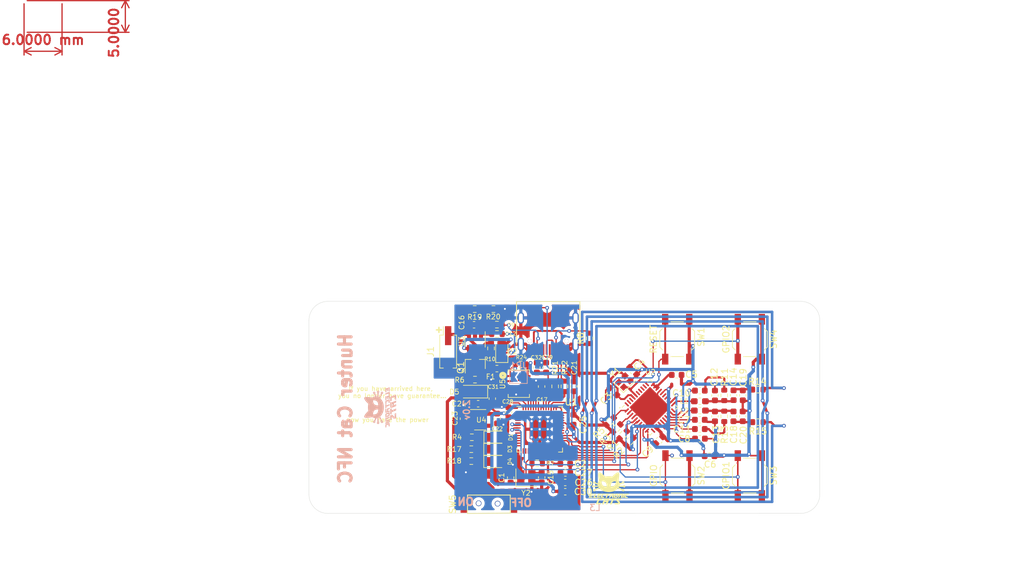
<source format=kicad_pcb>
(kicad_pcb (version 20211014) (generator pcbnew)
  (title_block (title "Hunter Cat NFC") (date "2022-06-29") (rev "v2,0") (company "Electronic Cats") (comment 1 "Eduardo Contreras"))
  (layers (0 "F.Cu" signal) (31 "B.Cu" signal) (34 "B.Paste" user) (35 "F.Paste" user) (36 "B.SilkS" user "B.Silkscreen") (37 "F.SilkS" user "F.Silkscreen") (38 "B.Mask" user) (39 "F.Mask" user) (44 "Edge.Cuts" user))
  (net 0 "")
  (net 1 "GND")
  (net 2 "+3V3")
  (net 3 "Net-(C3-Pad1)")
  (net 4 "Net-(C5-Pad1)")
  (net 5 "Net-(C7-Pad1)")
  (net 6 "Net-(C8-Pad1)")
  (net 7 "+BATT")
  (net 8 "/RXP")
  (net 9 "Net-(C10-Pad1)")
  (net 10 "/RXN")
  (net 11 "Net-(C11-Pad1)")
  (net 12 "Net-(C12-Pad1)")
  (net 13 "Net-(C13-Pad2)")
  (net 14 "Net-(C14-Pad1)")
  (net 15 "VBUS")
  (net 16 "/LED1")
  (net 17 "Net-(D1-Pad1)")
  (net 18 "Net-(D2-Pad1)")
  (net 19 "/LED2")
  (net 20 "Net-(D3-Pad1)")
  (net 21 "/LED3")
  (net 22 "Net-(D4-Pad1)")
  (net 23 "/ADR1")
  (net 24 "/ADR0")
  (net 25 "/TX1")
  (net 26 "/TX2")
  (net 27 "Net-(L3-Pad1)")
  (net 28 "Net-(L3-Pad2)")
  (net 29 "/SDA")
  (net 30 "/SCL")
  (net 31 "Net-(P1-PadA5)")
  (net 32 "Net-(P1-PadB5)")
  (net 33 "Net-(R10-Pad1)")
  (net 34 "Net-(R12-Pad1)")
  (net 35 "/B_ADC")
  (net 36 "/SWDIO")
  (net 37 "/SWCLK")
  (net 38 "/D+")
  (net 39 "/D-")
  (net 40 "/IRQ")
  (net 42 "/VEN")
  (net 43 "Net-(C4-Pad1)")
  (net 44 "Net-(F1-Pad1)")
  (net 45 "/GPIO")
  (net 46 "Net-(C23-Pad1)")
  (net 47 "/RST")
  (net 49 "Net-(C18-Pad1)")
  (net 50 "/GPIO1")
  (net 51 "/GPIO2")
  (net 53 "Net-(D5-Pad1)")
  (net 54 "Net-(C1-Pad1)")
  (net 55 "+1V2")
  (net 56 "Net-(C15-Pad1)")
  (net 57 "Net-(R7-Pad2)")
  (net 58 "/RD+")
  (net 59 "/RD-")
  (net 60 "/QSPI_CS")
  (net 61 "/TX")
  (net 62 "/RX")
  (net 73 "/QSPI_DATA3")
  (net 74 "/QSPI_SCK")
  (net 75 "/QSPI_DATA0")
  (net 76 "/QSPI_DATA2")
  (net 77 "/QSPI_DATA1")
  (footprint "Connectors:C393939" (layer "F.Cu") (at 117.79 82.27 180)
    (fp_text reference "P1")
    (fp_text value "USB_C_Plug_USB2.0")
  )
  (footprint "Resistor_SMD:R_0603_1608Metric" (layer "F.Cu") (at 150.92 94.58 180)
    (fp_text reference "R15")
    (fp_text value "3.24R")
  )
  (footprint "Package_TO_SOT_SMD:SOT-23-5" (layer "F.Cu") (at 107.05 94.2)
    (fp_text reference "U4")
    (fp_text value "AP2112K-3.3")
  )
  (footprint "Resistor_SMD:R_0603_1608Metric" (layer "F.Cu") (at 106.185 76.72)
    (fp_text reference "R19")
    (fp_text value "100K")
  )
  (footprint "Resistor_SMD:R_0603_1608Metric" (layer "F.Cu") (at 105.645 98.85 180)
    (fp_text reference "R17")
    (fp_text value "330")
  )
  (footprint "Resistor_SMD:R_0603_1608Metric" (layer "F.Cu") (at 150.91 89.44 180)
    (fp_text reference "R14")
    (fp_text value "3.24R")
  )
  (footprint "Resistor_SMD:R_0603_1608Metric" (layer "F.Cu") (at 109.695 79.17)
    (fp_text reference "R9")
    (fp_text value "5k1")
  )
  (footprint "Resistor_SMD:R_0603_1608Metric" (layer "F.Cu") (at 109.7 80.66)
    (fp_text reference "R12")
    (fp_text value "1K")
  )
  (footprint "Resistor_SMD:R_0603_1608Metric" (layer "F.Cu") (at 145.6 90.35 -90)
    (fp_text reference "R11")
    (fp_text value "2k2")
  )
  (footprint "Resistor_SMD:R_0603_1608Metric" (layer "F.Cu") (at 124.35 81.35 90)
    (fp_text reference "R8")
    (fp_text value "5k1")
  )
  (footprint "Resistor_SMD:R_0603_1608Metric" (layer "F.Cu") (at 105.73 96.97 180)
    (fp_text reference "R4")
    (fp_text value "330")
  )
  (footprint "LED_SMD:LED_0805_2012Metric_Pad1.15x1.40mm_HandSolder" (layer "F.Cu") (at 109.5 96.97)
    (fp_text reference "D1")
    (fp_text value "LED")
  )
  (footprint "Fuse:Fuse_0603_1608Metric_Pad1.05x0.95mm_HandSolder" (layer "F.Cu") (at 109.69 86.12 180)
    (fp_text reference "F1")
    (fp_text value "0.5A")
  )
  (footprint "Capacitor_SMD:C_0603_1608Metric" (layer "F.Cu") (at 106.08 79.2)
    (fp_text reference "C16")
    (fp_text value "10uF")
  )
  (footprint "Capacitor_SMD:C_0603_1608Metric" (layer "F.Cu") (at 135.34 97.43 -135)
    (fp_text reference "C9")
    (fp_text value "100nF")
  )
  (footprint "Capacitor_SMD:C_0603_1608Metric" (layer "F.Cu") (at 148.53 90.35 -90)
    (fp_text reference "C19")
    (fp_text value "120pF")
  )
  (footprint "Capacitor_SMD:C_0603_1608Metric" (layer "F.Cu") (at 141.74 95.67 180)
    (fp_text reference "C11")
    (fp_text value "1nF/16V")
  )
  (footprint "Diode_SMD:D_SOD-123F" (layer "F.Cu") (at 106.0325 89.76 180)
    (fp_text reference "D5")
    (fp_text value "MBR120")
  )
  (footprint "LED_SMD:LED_0805_2012Metric_Pad1.15x1.40mm_HandSolder" (layer "F.Cu") (at 110.46 83.3 90)
    (fp_text reference "D2")
    (fp_text value "LED")
  )
  (footprint "Button_Switch_SMD:SW_SPST_TL3342" (layer "F.Cu") (at 138.17 81.48 -90)
    (fp_text reference "SW1")
    (fp_text value "RESET")
  )
  (footprint "Inductor_SMD:L_0603_1608Metric_Pad1.05x0.95mm_HandSolder" (layer "F.Cu") (at 141.745 91.28)
    (fp_text reference "L1")
    (fp_text value "160nH")
  )
  (footprint "Capacitor_SMD:C_0603_1608Metric" (layer "F.Cu") (at 106.725 91.67 180)
    (fp_text reference "C24")
    (fp_text value "10uF")
  )
  (footprint "Capacitor_SMD:C_0603_1608Metric" (layer "F.Cu") (at 144.13 93.67 90)
    (fp_text reference "C13")
    (fp_text value "680pF")
  )
  (footprint "Capacitor_SMD:C_0603_1608Metric" (layer "F.Cu") (at 141.74 94.21)
    (fp_text reference "C7")
    (fp_text value "100nF")
  )
  (footprint "Resistor_SMD:R_0603_1608Metric" (layer "F.Cu") (at 145.6 93.665 -90)
    (fp_text reference "R13")
    (fp_text value "2k2")
  )
  (footprint "Inductor_SMD:L_0603_1608Metric_Pad1.05x0.95mm_HandSolder" (layer "F.Cu") (at 141.75 92.75 180)
    (fp_text reference "L2")
    (fp_text value "160nH")
  )
  (footprint "Capacitor_SMD:C_0603_1608Metric" (layer "F.Cu") (at 144.13 90.365 90)
    (fp_text reference "C12")
    (fp_text value "680pF")
  )
  (footprint "Capacitor_SMD:C_0603_1608Metric" (layer "F.Cu") (at 141.75 89.6 180)
    (fp_text reference "C10")
    (fp_text value "1nF/16V")
  )
  (footprint "Capacitor_SMD:C_0603_1608Metric" (layer "F.Cu") (at 141.76 97.19)
    (fp_text reference "C8")
    (fp_text value "1uF")
  )
  (footprint "Button_Switch_SMD:SW_SPST_TL3342" (layer "F.Cu") (at 138.21 103.02 -90)
    (fp_text reference "SW2")
    (fp_text value "GPIO")
  )
  (footprint "Button_Switch_SMD:SW_SPST_TL3342" (layer "F.Cu") (at 149.64 103.02 -90)
    (fp_text reference "SW3")
    (fp_text value "GPIO1")
  )
  (footprint "Button_Switch_SMD:SW_SPST_TL3342" (layer "F.Cu") (at 149.64 81.48 -90)
    (fp_text reference "SW4")
    (fp_text value "GPIO2")
  )
  (footprint "Package_DFN_QFN:QFN-40-1EP_6x6mm_P0.5mm_EP4.6x4.6mm" (layer "F.Cu") (at 133.87 92.25 45)
    (fp_text reference "U2")
    (fp_text value "PN7150B0HN_C11002E-PN7150B0HN_C11002E")
  )
  (footprint "Capacitor_SMD:C_0603_1608Metric" (layer "F.Cu") (at 138.08 87.12)
    (fp_text reference "C5")
    (fp_text value "1uF")
  )
  (footprint "Capacitor_SMD:C_0603_1608Metric" (layer "F.Cu") (at 131.21 86.48 -45)
    (fp_text reference "C4")
    (fp_text value "10pF")
  )
  (footprint "Capacitor_SMD:C_0603_1608Metric" (layer "F.Cu") (at 128.08 89.73 135)
    (fp_text reference "C3")
    (fp_text value "10pF")
  )
  (footprint "Resistor_SMD:R_0603_1608Metric" (layer "F.Cu") (at 127.561282 94.458718 -135)
    (fp_text reference "R5")
    (fp_text value "100K")
  )
  (footprint "Resistor_SMD:R_0603_1608Metric" (layer "F.Cu") (at 129.641282 96.568718 45)
    (fp_text reference "R1")
    (fp_text value "10K")
  )
  (footprint "Resistor_SMD:R_0603_1608Metric" (layer "F.Cu") (at 130.67 97.61 45)
    (fp_text reference "R2")
    (fp_text value "10K")
  )
  (footprint "Resistor_SMD:R_0603_1608Metric" (layer "F.Cu") (at 128.6 95.52 -135)
    (fp_text reference "R3")
    (fp_text value "100K")
  )
  (footprint "Capacitor_SMD:C_0603_1608Metric" (layer "F.Cu") (at 143.28 99.95)
    (fp_text reference "C6")
    (fp_text value "1uF")
  )
  (footprint "Capacitor_SMD:C_0603_1608Metric" (layer "F.Cu") (at 148.52 93.665 -90)
    (fp_text reference "C20")
    (fp_text value "120pF")
  )
  (footprint "Capacitor_SMD:C_0603_1608Metric" (layer "F.Cu") (at 147.06 93.665 90)
    (fp_text reference "C18")
    (fp_text value "100pF/50V")
  )
  (footprint "Capacitor_SMD:C_0603_1608Metric" (layer "F.Cu") (at 104.41 94.04 -90)
    (fp_text reference "C23")
    (fp_text value "10uF")
  )
  (footprint "LED_SMD:LED_0805_2012Metric_Pad1.15x1.40mm_HandSolder" (layer "F.Cu") (at 109.475 98.85)
    (fp_text reference "D3")
    (fp_text value "LED")
  )
  (footprint "Capacitor_SMD:C_0603_1608Metric" (layer "F.Cu") (at 147.07 90.33 -90)
    (fp_text reference "C14")
    (fp_text value "100pF/50V")
  )
  (footprint "Package_TO_SOT_SMD:SOT-23" (layer "F.Cu") (at 106.27 85.43 90)
    (fp_text reference "Q1")
    (fp_text value "DMG3415U-7")
  )
  (footprint "Resistor_SMD:R_0603_1608Metric" (layer "F.Cu") (at 106.225 87.86)
    (fp_text reference "R6")
    (fp_text value "100K")
  )
  (footprint "MountingHole:MountingHole_2.2mm_M2" (layer "F.Cu") (at 83 78.5)
    (fp_text reference "H1")
    (fp_text value "MountingHole")
  )
  (footprint "MountingHole:MountingHole_2.2mm_M2" (layer "F.Cu") (at 83 106)
    (fp_text reference "H2")
    (fp_text value "MountingHole")
  )
  (footprint "MountingHole:MountingHole_2.2mm_M2" (layer "F.Cu") (at 157.69 78.5)
    (fp_text reference "H3")
    (fp_text value "MountingHole")
  )
  (footprint "MountingHole:MountingHole_2.2mm_M2" (layer "F.Cu") (at 157.69 105.99)
    (fp_text reference "H4")
    (fp_text value "MountingHole")
  )
  (footprint "Aesthetics:electronic_cats_logo_4x3" (layer "F.Cu") (at 127.35 105.05)
    (fp_text reference "G***" hide)
    (fp_text value "LOGO" hide)
  )
  (footprint "hunter-cat-nfc:Micro_interruptor_SPDT" (layer "F.Cu") (at 104.55 108.8 90)
    (fp_text reference "SW5")
    (fp_text value "ON")
  )
  (footprint "Resistor_SMD:R_0603_1608Metric" (layer "F.Cu") (at 105.645 100.73 180)
    (fp_text reference "R18")
    (fp_text value "330")
  )
  (footprint "LED_SMD:LED_0805_2012Metric_Pad1.15x1.40mm_HandSolder" (layer "F.Cu") (at 109.475 100.8)
    (fp_text reference "D4")
    (fp_text value "LED")
  )
  (footprint "Resistor_SMD:R_0603_1608Metric" (layer "F.Cu") (at 108.76 82.93 -90)
    (fp_text reference "R10")
    (fp_text value "1K")
  )
  (footprint "Package_TO_SOT_SMD:SOT-23-5" (layer "F.Cu") (at 106.23 81.83 -90)
    (fp_text reference "U3")
    (fp_text value "MCP73831-3-OT")
  )
  (footprint "Connector_PinSocket_2.54mm:PinSocket_2x01_P2.54mm_Vertical_SMD" (layer "F.Cu") (at 101.99 83.44 90)
    (fp_text reference "J1")
    (fp_text value "Battery")
  )
  (footprint "Crystal:Crystal_SMD_2016-4Pin_2.0x1.6mm" (layer "F.Cu") (at 129.82 88.16 45)
    (fp_text reference "Y1")
    (fp_text value "27.12Mhz")
  )
  (footprint "Resistor_SMD:R_0603_1608Metric" (layer "F.Cu") (at 120.36 88.93 -90)
    (fp_text reference "R22")
    (fp_text value "27")
  )
  (footprint "Capacitor_SMD:C_0603_1608Metric" (layer "F.Cu") (at 116.76 103.315 -90)
    (fp_text reference "C15")
    (fp_text value "27pF")
  )
  (footprint "Resistor_SMD:R_0603_1608Metric" (layer "F.Cu") (at 113.44 85.45 180)
    (fp_text reference "R24")
    (fp_text value "10K")
  )
  (footprint "Capacitor_SMD:C_0603_1608Metric" (layer "F.Cu") (at 108.97 90.87 90)
    (fp_text reference "C31")
    (fp_text value "0.1uF")
  )
  (footprint "Capacitor_SMD:C_0603_1608Metric" (layer "F.Cu") (at 120.48 104.11)
    (fp_text reference "C26")
    (fp_text value "0.1uF")
  )
  (footprint "Capacitor_SMD:C_0603_1608Metric" (layer "F.Cu") (at 120.505 102.61)
    (fp_text reference "C27")
    (fp_text value "0.1uF")
  )
  (footprint "Capacitor_SMD:C_0603_1608Metric" (layer "F.Cu") (at 111.86 103.345 90)
    (fp_text reference "C1")
    (fp_text value "27pF")
  )
  (footprint "Capacitor_SMD:C_0603_1608Metric" (layer "F.Cu") (at 109.72 94.005 -90)
    (fp_text reference "C22")
    (fp_text value "1uF")
  )
  (footprint "Capacitor_SMD:C_0603_1608Metric" (layer "F.Cu") (at 121.84 88.93 90)
    (fp_text reference "C21")
    (fp_text value "0.1uF")
  )
  (footprint "Capacitor_SMD:C_0603_1608Metric" (layer "F.Cu") (at 116 85.965 90)
    (fp_text reference "C32")
    (fp_text value "0.1uF")
  )
  (footprint "RP2040:RP2040-QFN-56" (layer "F.Cu") (at 116.45 95.7)
    (fp_text reference "U1")
    (fp_text value "RP2040")
  )
  (footprint "Capacitor_SMD:C_0603_1608Metric" (layer "F.Cu") (at 120.485 105.57)
    (fp_text reference "C30")
    (fp_text value "0.1uF")
  )
  (footprint "Capacitor_SMD:C_0603_1608Metric" (layer "F.Cu") (at 116.75 88.95 90)
    (fp_text reference "C17")
    (fp_text value "0.1uF")
  )
  (footprint "Resistor_SMD:R_0603_1608Metric" (layer "F.Cu") (at 109.145 76.72)
    (fp_text reference "R20")
    (fp_text value "100K")
  )
  (footprint "Resistor_SMD:R_0603_1608Metric" (layer "F.Cu") (at 118.89 88.93 -90)
    (fp_text reference "R21")
    (fp_text value "27")
  )
  (footprint "Capacitor_SMD:C_0603_1608Metric" (layer "F.Cu") (at 121.78 94.2 90)
    (fp_text reference "C25")
    (fp_text value "0.1uF")
  )
  (footprint "Capacitor_SMD:C_0603_1608Metric" (layer "F.Cu") (at 117.46 85.965 90)
    (fp_text reference "C29")
    (fp_text value "0.1uF")
  )
  (footprint "Resistor_SMD:R_0603_1608Metric" (layer "F.Cu") (at 116.055 101.09)
    (fp_text reference "R7")
    (fp_text value "1K")
  )
  (footprint "Crystal:Crystal_SMD_2520-4Pin_2.5x2.0mm" (layer "F.Cu") (at 114.335 103.36)
    (fp_text reference "Y2")
    (fp_text value "12Mhz")
  )
  (footprint "Capacitor_SMD:C_0603_1608Metric" (layer "F.Cu") (at 111.53 93.02 90)
    (fp_text reference "C28")
    (fp_text value "0.1uF")
  )
  (footprint "Capacitor_SMD:C_0603_1608Metric" (layer "F.Cu") (at 120.485 101.16)
    (fp_text reference "C2")
    (fp_text value "1uF")
  )
  (footprint "hunter-cat-nfc:W25Q16JVUUIQ" (layer "F.Cu") (at 113.15 88.5)
    (fp_text reference "U5")
    (fp_text value "W25Q16JV")
  )
  (footprint "hunter-cat-nfc:NFC-antenna30.4x30.4mm" (layer "B.Cu") (at 138.16 92.17 180)
    (fp_text reference "L3")
    (fp_text value "L")
  )
  (footprint "Aesthetics:electronic_cats_logo_4x3" (layer "B.Cu") (at 91.25 92.25 -90)
    (fp_text reference "G***" hide)
    (fp_text value "LOGO" hide)
  )
  (footprint "Jumper:SolderJumper-2_P1.3mm_Open_TrianglePad1.0x1.5mm" (layer "B.Cu") (at 113.08 87.46 180)
    (fp_text reference "JP1")
    (fp_text value "BOOT")
  )
  (gr_arc (start 160.69 105.99) (mid 159.81132 108.11132) (end 157.69 108.99) (layer "Edge.Cuts") (width 0.05))
  (gr_line (start 80 106) (end 80 78.5) (layer "Edge.Cuts") (width 0.05))
  (gr_line (start 157.69 108.99) (end 83 109) (layer "Edge.Cuts") (width 0.05))
  (gr_arc (start 157.69 75.5) (mid 159.81132 76.37868) (end 160.69 78.5) (layer "Edge.Cuts") (width 0.05))
  (gr_line (start 160.69 78.5) (end 160.69 105.99) (layer "Edge.Cuts") (width 0.05))
  (gr_arc (start 83 109) (mid 80.87868 108.12132) (end 80 106) (layer "Edge.Cuts") (width 0.05))
  (gr_line (start 83 75.5) (end 157.69 75.5) (layer "Edge.Cuts") (width 0.05))
  (gr_arc (start 80 78.5) (mid 80.87868 76.37868) (end 83 75.5) (layer "Edge.Cuts") (width 0.05))
  (gr_text "OFF" (at 113.52 107.32) (layer "B.SilkS") (effects (font (size 1.2 1.2) (thickness 0.3)) (justify mirror)))
  (gr_text "ON" (at 104.75 107.16) (layer "B.SilkS") (effects (font (size 1.2 1.2) (thickness 0.3)) (justify mirror)))
  (gr_text "2.0v" (at 104.91 92.61 90) (layer "B.SilkS") (effects (font (size 1 1) (thickness 0.2)) (justify mirror)))
  (gr_text "Hunter Cat NFC" (at 85.76 92.44 90) (layer "B.SilkS") (effects (font (size 2 2) (thickness 0.5)) (justify mirror)))
  (gr_text "." (at 129.1 92.03) (layer "F.SilkS") (effects (font (size 0.7 0.7) (thickness 0.12))))
  (gr_text "If you have arrived here, \nyou no longer have guarantee…" (at 93.18 89.85) (layer "F.SilkS") (effects (font (size 0.7 0.7) (thickness 0.12))))
  (gr_text "now you have the power" (at 92.41 94.2) (layer "F.SilkS") (effects (font (size 0.7 0.7) (thickness 0.12))))
  (gr_text "+" (at 100.53 79.94) (layer "F.SilkS") (effects (font (size 1 1) (thickness 0.25)) (justify mirror)))
  (dimension (type aligned) (layer "F.Cu") (pts (xy 35 28) (xy 35 33)) (height -16) (gr_text "5.0000 mm" (at 49.2 30.5 90) (layer "F.Cu") (effects (font (size 1.5 1.5) (thickness 0.3)))) (format (units 3) (units_format 1) (precision 4)) (style (thickness 0.2) (arrow_length 1.27) (text_position_mode 0) (extension_height 0.58642) (extension_offset 0.5) keep_text_aligned))
  (dimension (type aligned) (layer "F.Cu") (pts (xy 35 28) (xy 41 28)) (height 8) (gr_text "6.0000 mm" (at 38 34.2) (layer "F.Cu") (effects (font (size 1.5 1.5) (thickness 0.3)))) (format (units 3) (units_format 1) (precision 4)) (style (thickness 0.2) (arrow_length 1.27) (text_position_mode 0) (extension_height 0.58642) (extension_offset 0.5) keep_text_aligned))
  (segment (start 151.54 78.76) (end 151.54 78.33) (width 0.5) (layer "F.Cu") (net 1))
  (segment (start 133.030311 95.564563) (end 132.779672 95.815202) (width 0.2) (layer "F.Cu") (net 1))
  (segment (start 121.84 88.155) (end 121.84 87.6) (width 0.5) (layer "F.Cu") (net 1))
  (segment (start 112.22015 89.70015) (end 112.73 90.21) (width 0.2) (layer "F.Cu") (net 1))
  (segment (start 106.885 79.17) (end 106.855 79.2) (width 0.5) (layer "F.Cu") (net 1))
  (segment (start 132.779672 96.775398) (end 132.979652 96.975378) (width 0.2) (layer "F.Cu") (net 1))
  (segment (start 151.54 100.97) (end 151.54 106.17) (width 0.25) (layer "F.Cu") (net 1))
  (segment (start 133.030311 95.564563) (end 133.030311 95.549689) (width 0.2) (layer "F.Cu") (net 1))
  (segment (start 134.541282 97.801282) (end 134.14 97.4) (width 0.25) (layer "F.Cu") (net 1))
  (segment (start 149.605 91.225) (end 149.61 91.23) (width 0.35) (layer "F.Cu") (net 1))
  (segment (start 131.48 92.25) (end 131.08 92.65) (width 0.2) (layer "F.Cu") (net 1))
  (segment (start 137.524874 93.43) (end 138.272358 93.43) (width 0.25) (layer "F.Cu") (net 1))
  (segment (start 106.23 79.925) (end 106.955 79.2) (width 0.5) (layer "F.Cu") (net 1))
  (segment (start 115.45 97.25) (end 115.175 96.975) (width 0.2) (layer "F.Cu") (net 1))
  (segment (start 140.11 99.87) (end 138.91 99.87) (width 0.25) (layer "F.Cu") (net 1))
  (segment (start 105.95 91.67) (end 105.41 91.67) (width 0.5) (layer "F.Cu") (net 1))
  (segment (start 145.71 99.95) (end 145.72 99.96) (width 0.25) (layer "F.Cu") (net 1))
  (segment (start 122.11 82.27) (end 124.305 82.27) (width 0.5) (layer "F.Cu") (net 1))
  (segment (start 135.416796 89.642544) (end 135.416796 89.643204) (width 0.2) (layer "F.Cu") (net 1))
  (segment (start 109.72 94.78) (end 110.53 94.78) (width 0.2) (layer "F.Cu") (net 1))
  (segment (start 126.942564 95.077436) (end 126.942564 95.1) (width 0.5) (layer "F.Cu") (net 1))
  (segment (start 150.24 85.96) (end 150.19 85.91) (width 0.25) (layer "F.Cu") (net 1))
  (segment (start 129.257282 88.150256) (end 129.267026 88.16) (width 0.2) (layer "F.Cu") (net 1))
  (segment (start 135.416796 89.643204) (end 135.08 89.98) (width 0.2) (layer "F.Cu") (net 1))
  (segment (start 144.13 94.545) (end 142.95 94.545) (width 0.35) (layer "F.Cu") (net 1))
  (segment (start 148.52 92.79) (end 148.52 91.225) (width 0.35) (layer "F.Cu") (net 1))
  (segment (start 121.285 83.095) (end 122.11 82.27) (width 0.5) (layer "F.Cu") (net 1))
  (segment (start 114.59 83.095) (end 114.295 83.095) (width 0.2) (layer "F.Cu") (net 1))
  (segment (start 116.73 85.19) (end 116.74 85.2) (width 0.2) (layer "F.Cu") (net 1))
  (segment (start 109.511621 83.178379) (end 111.533689 83.178379) (width 0.25) (layer "F.Cu") (net 1))
  (segment (start 129.267026 88.16) (end 130.732462 88.16) (width 0.2) (layer "F.Cu") (net 1))
  (segment (start 132.979652 96.975378) (end 132.979652 97.331581) (width 0.2) (layer "F.Cu") (net 1))
  (segment (start 140.11 106.17) (end 140.11 99.87) (width 0.5) (layer "F.Cu") (net 1))
  (segment (start 112.21 101.3) (end 113.46 101.8395) (width 0.5) (layer "F.Cu") (net 1))
  (segment (start 149.62 92.79) (end 149.63 92.78) (width 0.35) (layer "F.Cu") (net 1))
  (segment (start 103.44 85.96) (end 103.82 86.34) (width 0.5) (layer "F.Cu") (net 1))
  (segment (start 131.262544 93.796796) (end 131.262544 93.777456) (width 0.2) (layer "F.Cu") (net 1))
  (segment (start 131.793744 87.098718) (end 130.748528 88.143934) (width 0.25) (layer "F.Cu") (net 1))
  (segment (start 150.19 85.91) (end 150.19 85.11) (width 0.5) (layer "F.Cu") (net 1))
  (segment (start 135.08 89.98) (end 135.08 91.04) (width 0.2) (layer "F.Cu") (net 1))
  (segment (start 127.981282 96.138718) (end 127.692566 96.138718) (width 0.25) (layer "F.Cu") (net 1))
  (segment (start 126.88 91.3) (end 127.01 91.43) (width 0.25) (layer "F.Cu") (net 1))
  (segment (start 145.43 99.95) (end 145.57 99.81) (width 0.5) (layer "F.Cu") (net 1))
  (segment (start 111.53 92.245) (end 110.545 92.245) (width 0.2) (layer "F.Cu") (net 1))
  (segment (start 131.262544 93.777456) (end 131.59 93.45) (width 0.2) (layer "F.Cu") (net 1))
  (segment (start 108.77 87.86) (end 108.78 87.85) (width 0.35) (layer "F.Cu") (net 1))
  (segment (start 131.828718 87.098718) (end 131.828718 87.041282) (width 0.25) (layer "F.Cu") (net 1))
  (segment (start 140.16 88.58) (end 140.66 88.08) (width 0.5) (layer "F.Cu") (net 1))
  (segment (start 110.53 94.78) (end 110.72 94.97) (width 0.2) (layer "F.Cu") (net 1))
  (segment (start 130.560311 93.089689) (end 131 92.65) (width 0.2) (layer "F.Cu") (net 1))
  (segment (start 140.11 84.59) (end 140.11 82.57) (width 0.25) (layer "F.Cu") (net 1))
  (segment (start 142.95 94.545) (end 142.615 94.21) (width 0.35) (layer "F.Cu") (net 1))
  (segment (start 121.84 87.6) (end 122.58 86.86) (width 0.5) (layer "F.Cu") (net 1))
  (segment (start 142.635 97.19) (end 143.8 97.19) (width 0.25) (layer "F.Cu") (net 1))
  (segment (start 127.692566 96.138718) (end 126.780285 97.050999) (width 0.25) (layer "F.Cu") (net 1))
  (segment (start 121.78 92.73) (end 122.15 92.36) (width 0.2) (layer "F.Cu") (net 1))
  (segment (start 126.977919 95.042081) (end 123.602081 95.042081) (width 0.5) (layer "F.Cu") (net 1))
  (segment (start 144.13 89.49) (end 144.13 88.605) (width 0.25) (layer "F.Cu") (net 1))
  (segment (start 106.23 80.73) (end 106.23 79.925) (width 0.5) (layer "F.Cu") (net 1))
  (segment (start 115.45 99.1375) (end 115.45 97.25) (width 0.2) (layer "F.Cu") (net 1))
  (segment (start 133.87 92.25) (end 131.48 92.25) (width 0.2) (layer "F.Cu") (net 1))
  (segment (start 122.58 86.86) (end 127.31 86.86) (width 0.5) (layer "F.Cu") (net 1))
  (segment (start 150.67 84.63) (end 151.54 84.63) (width 0.5) (layer "F.Cu") (net 1))
  (segment (start 144.13 88.605) (end 144.1 88.575) (width 0.25) (layer "F.Cu") (net 1))
  (segment (start 130.742206 88.150256) (end 130.748528 88.143934) (width 0.35) (layer "F.Cu") (net 1))
  (segment (start 121.985 93.425) (end 121.78 93.425) (width 0.5) (layer "F.Cu") (net 1))
  (segment (start 115.45 99.1375) (end 115.45 97.57) (width 0.2) (layer "F.Cu") (net 1))
  (segment (start 115.45 97.57) (end 115.36 97.48) (width 0.2) (layer "F.Cu") (net 1))
  (segment (start 120.99 83.095) (end 121.285 83.095) (width 0.5) (layer "F.Cu") (net 1))
  (segment (start 133.87 92.25) (end 133.87 91.12) (width 0.2) (layer "F.Cu") (net 1))
  (segment (start 151.54 99.87) (end 151.54 100.97) (width 0.25) (layer "F.Cu") (net 1))
  (segment (start 127.501282 88.941282) (end 126.88 89.562564) (width 0.25) (layer "F.Cu") (net 1))
  (segment (start 133.31 92.81) (end 133.87 92.25) (width 0.2) (layer "F.Cu") (net 1))
  (segment (start 149.77 99.87) (end 149.51 99.61) (width 0.25) (layer "F.Cu") (net 1))
  (segment (start 126.19 94.324872) (end 126.942564 95.077436) (width 0.35) (layer "F.Cu") (net 1))
  (segment (start 108.76 83.93) (end 109.511621 83.178379) (width 0.25) (layer "F.Cu") (net 1))
  (segment (start 101.99 85.96) (end 103.44 85.96) (width 0.5) (layer "F.Cu") (net 1))
  (segment (start 112.442068 82.27) (end 113.47 82.27) (width 0.25) (layer "F.Cu") (net 1))
  (segment (start 138.91 99.87) (end 138.85 99.81) (width 0.25) (layer "F.Cu") (net 1))
  (segment (start 106.855 78.245) (end 107.02 78.08) (width 0.5) (layer "F.Cu") (net 1))
  (segment (start 138.820011 92.882347) (end 139.12001 92.582348) (width 0.25) (layer "F.Cu") (net 1))
  (segment (start 151.54 84.63) (end 151.54 78.76) (width 0.5) (layer "F.Cu") (net 1))
  (segment (start 137.184563 93.089689) (end 137.524874 93.43) (width 0.25) (layer "F.Cu") (net 1))
  (segment (start 140.61 88.03) (end 140.66 88.08) (width 0.25) (layer "F.Cu") (net 1))
  (segment (start 140.11 106.17) (end 140.11 103.64) (width 0.25) (layer "F.Cu") (net 1))
  (segment (start 132.779672 95.815202) (end 132.779672 96.775398) (width 0.2) (layer "F.Cu") (net 1))
  (segment (start 131.59 93.45) (end 132.67 93.45) (width 0.2) (layer "F.Cu") (net 1))
  (segment (start 130.555437 93.089689) (end 130.560311 93.089689) (width 0.2) (layer "F.Cu") (net 1))
  (segment (start 110.92 76.72) (end 110.95 76.69) (width 0.5) (layer "F.Cu") (net 1))
  (segment (start 150.19 85.11) (end 150.67 84.63) (width 0.5) (layer "F.Cu") (net 1))
  (segment (start 103.82 86.34) (end 103.82 86.32) (width 0.5) (layer "F.Cu") (net 1))
  (segment (start 131.828718 87.098718) (end 131.793744 87.098718) (width 0.25) (layer "F.Cu") (net 1))
  (segment (start 144.155 99.95) (end 145.43 99.95) (width 0.5) (layer "F.Cu") (net 1))
  (segment (start 105.15 91.93) (end 104.4 91.93) (width 0.5) (layer "F.Cu") (net 1))
  (segment (start 105.95 94.2) (end 105.025 94.2) (width 0.35) (layer "F.Cu") (net 1))
  (segment (start 140.07 84.63) (end 140.07 78.33) (width 0.5) (layer "F.Cu") (net 1))
  (segment (start 140.11 103.64) (end 140.13 103.62) (width 0.25) (layer "F.Cu") (net 1))
  (segment (start 140.07 79.55) (end 140.07 82.53) (width 0.25) (layer "F.Cu") (net 1))
  (segment (start 138.845 88.58) (end 140.16 88.58) (width 0.5) (layer "F.Cu") (net 1))
  (segment (start 114.295 83.095) (end 113.47 82.27) (width 0.2) (layer "F.Cu") (net 1))
  (segment (start 138.845 88.58) (end 138.845 87.13) (width 0.5) (layer "F.Cu") (net 1))
  (segment (start 134.14 97.4) (end 134.14 97.467436) (width 0.5) (layer "F.Cu") (net 1))
  (segment (start 116 85.19) (end 116.73 85.19) (width 0.2) (layer "F.Cu") (net 1))
  (segment (start 104.82 100.73) (end 104.82 102.47) (width 0.5) (layer "F.Cu") (net 1))
  (segment (start 151.54 99.87) (end 149.77 99.87) (width 0.25) (layer "F.Cu") (net 1))
  (segment (start 107.05 87.86) (end 108.77 87.86) (width 0.35) (layer "F.Cu") (net 1))
  (segment (start 134.14 97.467436) (end 134.721282 98.048718) (width 0.5) (layer "F.Cu") (net 1))
  (segment (start 148.52 92.79) (end 149.62 92.79) (width 0.35) (layer "F.Cu") (net 1))
  (segment (start 140.68 82.55) (end 140.13 82.55) (width 0.5) (layer "F.Cu") (net 1))
  (segment (start 116.75 88.175) (end 116.025 88.175) (width 0.2) (layer "F.Cu") (net 1))
  (segment (start 111.7808 89.70015) (end 112.22015 89.70015) (width 0.2) (layer "F.Cu") (net 1))
  (segment (start 116.025 88.175) (end 115.87 88.02) (width 0.2) (layer "F.Cu") (net 1))
  (segment (start 126.942564 95.1) (end 127.981282 96.138718) (width 0.5) (layer "F.Cu") (net 1))
  (segment (start 105.025 94.2) (end 104.41 94.815) (width 0.35) (layer "F.Cu") (net 1))
  (segment (start 123.602081 95.042081) (end 121.985 93.425) (width 0.5) (layer "F.Cu") (net 1))
  (segment (start 132.67 93.45) (end 133.87 92.25) (width 0.2) (layer "F.Cu") (net 1))
  (segment (start 130.732462 88.16) (end 130.742206 88.150256) (width 0.2) (layer "F.Cu") (net 1))
  (segment (start 140.07 84.63) (end 140.11 84.59) (width 0.25) (layer "F.Cu") (net 1))
  (segment (start 104.82 102.47) (end 104.79 102.5) (width 0.5) (layer "F.Cu") (net 1))
  (segment (start 111.533689 83.178379) (end 112.442068 82.27) (width 0.25) (layer "F.Cu") (net 1))
  (segment (start 126.19 94.16) (end 126.19 94.324872) (width 0.35) (layer "F.Cu") (net 1))
  (segment (start 126.88 89.562564) (end 126.88 91.3) (width 0.25) (layer "F.Cu") (net 1))
  (segment (start 104.4 91.93) (end 104.39 91.92) (width 0.5) (layer "F.Cu") (net 1))
  (segment (start 131.828718 87.041282) (end 132.61 86.26) (width 0.25) (layer "F.Cu") (net 1))
  (segment (start 148.52 91.225) (end 149.605 91.225) (width 0.35) (layer "F.Cu") (net 1))
  (segment (start 121.78 93.425) (end 121.78 92.73) (width 0.2) (layer "F.Cu") (net 1))
  (segment (start 110.545 92.245) (end 110.47 92.17) (width 0.2) (layer "F.Cu") (net 1))
  (segment (start 144.155 99.95) (end 145.71 99.95) (width 0.25) (layer "F.Cu") (net 1))
  (segment (start 113.46 101.8395) (end 113.46 102.66) (width 0.5) (layer "F.Cu") (net 1))
  (segment (start 115.21 105.52) (end 115.16 105.57) (width 0.5) (layer "F.Cu") (net 1))
  (segment (start 144.13 95.28) (end 144.35 95.5) (width 0.25) (layer "F.Cu") (net 1))
  (segment (start 106.855 79.2) (end 106.855 78.245) (width 0.5) (layer "F.Cu") (net 1))
  (segment (start 105.41 91.67) (end 105.15 91.93) (width 0.5) (layer "F.Cu") (net 1))
  (segment (start 108.87 79.17) (end 106.885 79.17) (width 0.5) (layer "F.Cu") (net 1))
  (segment (start 135.08 91.04) (end 133.87 92.25) (width 0.2) (layer "F.Cu") (net 1))
  (segment (start 124.305 82.27) (end 124.35 82.225) (width 0.5) (layer "F.Cu") (net 1))
  (segment (start 109.97 76.72) (end 110.92 76.72) (width 0.5) (layer "F.Cu") (net 1))
  (segment (start 138.845 87.13) (end 138.855 87.12) (width 0.5) (layer "F.Cu") (net 1))
  (segment (start 133.030311 95.549689) (end 133.31 95.27) (width 0.2) (layer "F.Cu") (net 1))
  (segment (start 138.272358 93.43) (end 138.820011 92.882347) (width 0.25) (layer "F.Cu") (net 1))
  (segment (start 115.21 104.06) (end 115.21 105.52) (width 0.5) (layer "F.Cu") (net 1))
  (segment (start 140.07 82.53) (end 140.11 82.57) (width 0.25) (layer "F.Cu") (net 1))
  (segment (start 131.08 92.65) (end 131 92.65) (width 0.2) (layer "F.Cu") (net 1))
  (segment (start 143.8 97.19) (end 144.23 97.62) (width 0.25) (layer "F.Cu") (net 1))
  (segment (start 133.31 95.27) (end 133.31 92.81) (width 0.2) (layer "F.Cu") (net 1))
  (segment (start 140.13 82.55) (end 140.11 82.57) (width 0.5) (layer "F.Cu") (net 1))
  (segment (start 103.82 86.32) (end 103.8 86.3) (width 0.5) (layer "F.Cu") (net 1))
  (segment (start 144.13 94.545) (end 144.13 95.28) (width 0.25) (layer "F.Cu") (net 1))
  (via (at 149.61 91.23) (size 0.6) (drill 0.3) (layers "F.Cu" "B.Cu") (net 1))
  (via (at 134.14 97.4) (size 0.6) (drill 0.3) (layers "F.Cu" "B.Cu") (net 1))
  (via (at 139.12001 92.582348) (size 0.6) (drill 0.3) (layers "F.Cu" "B.Cu") (net 1))
  (via (at 115.87 88.02) (size 0.6) (drill 0.3) (layers "F.Cu" "B.Cu") (net 1))
  (via (at 116.74 85.2) (size 0.6) (drill 0.3) (layers "F.Cu" "B.Cu") (net 1))
  (via (at 110.47 92.17) (size 0.6) (drill 0.3) (layers "F.Cu" "B.Cu") (net 1))
  (via (at 110.95 76.69) (size 0.6) (drill 0.3) (layers "F.Cu" "B.Cu") (net 1))
  (via (at 140.68 82.55) (size 0.6) (drill 0.3) (layers "F.Cu" "B.Cu") (net 1))
  (via (at 112.73 90.21) (size 0.6) (drill 0.3) (layers "F.Cu" "B.Cu") (net 1))
  (via (at 120.9 85.65) (size 0.6) (drill 0.3) (layers "F.Cu" "B.Cu") (net 1))
  (via (at 149.51 99.61) (size 0.6) (drill 0.3) (layers "F.Cu" "B.Cu") (net 1))
  (via (at 140.66 88.08) (size 0.6) (drill 0.3) (layers "F.Cu" "B.Cu") (net 1))
  (via (at 144.23 97.62) (size 0.6) (drill 0.3) (layers "F.Cu" "B.Cu") (net 1))
  (via (at 144.35 95.5) (size 0.6) (drill 0.3) (layers "F.Cu" "B.Cu") (net 1))
  (via (at 149.63 92.78) (size 0.6) (drill 0.3) (layers "F.Cu" "B.Cu") (net 1))
  (via (at 122.15 92.36) (size 0.6) (drill 0.3) (layers "F.Cu" "B.Cu") (net 1))
  (via (at 103.8 86.3) (size 0.6) (drill 0.3) (layers "F.Cu" "B.Cu") (net 1))
  (via (at 112.21 101.3) (size 0.6) (drill 0.3) (layers "F.Cu" "B.Cu") (net 1))
  (via (at 132.61 86.26) (size 0.6) (drill 0.3) (layers "F.Cu" "B.Cu") (net 1))
  (via (at 132.979652 97.331581) (size 0.6) (drill 0.3) (layers "F.Cu" "B.Cu") (net 1))
  (via (at 145.57 99.81) (size 0.6) (drill 0.3) (layers "F.Cu" "B.Cu") (net 1))
  (via (at 104.79 102.5) (size 0.6) (drill 0.3) (layers "F.Cu" "B.Cu") (net 1))
  (via (at 144.1 88.575) (size 0.6) (drill 0.3) (layers "F.Cu" "B.Cu") (net 1))
  (via (at 150.19 85.91) (size 0.6) (drill 0.3) (layers "F.Cu" "B.Cu") (net 1))
  (via (at 126.19 94.16) (size 0.6) (drill 0.3) (layers "F.Cu" "B.Cu") (net 1))
  (via (at 108.78 87.85) (size 0.6) (drill 0.3) (layers "F.Cu" "B.Cu") (net 1))
  (via (at 127.01 91.43) (size 0.6) (drill 0.3) (layers "F.Cu" "B.Cu") (net 1))
  (via (at 110.72 94.97) (size 0.6) (drill 0.3) (layers "F.Cu" "B.Cu") (net 1))
  (via (at 107.02 78.08) (size 0.6) (drill 0.3) (layers "F.Cu" "B.Cu") (net 1))
  (via (at 127.31 86.86) (size 0.6) (drill 0.3) (layers "F.Cu" "B.Cu") (net 1))
  (via (at 115.16 105.57) (size 0.6) (drill 0.3) (layers "F.Cu" "B.Cu") (net 1))
  (via (at 126.780285 97.050999) (size 0.6) (drill 0.3) (layers "F.Cu" "B.Cu") (net 1))
  (via (at 104.39 91.92) (size 0.6) (drill 0.3) (layers "F.Cu" "B.Cu") (net 1))
  (via (at 138.85 99.81) (size 0.6) (drill 0.3) (layers "F.Cu" "B.Cu") (net 1))
  (segment (start 149.51 92.9) (end 149.63 92.78) (width 0.5) (layer "B.Cu") (net 1))
  (segment (start 149.31 99.81) (end 149.51 99.61) (width 0.5) (layer "B.Cu") (net 1))
  (segment (start 139.12001 88.83999) (end 139.88 88.08) (width 0.3) (layer "B.Cu") (net 1))
  (segment (start 140.66 88.08) (end 140.66 87.065) (width 0.5) (layer "B.Cu") (net 1))
  (segment (start 116.45 95.7) (end 117.725 95.7) (width 0.5) (layer "B.Cu") (net 1))
  (segment (start 127.31 90) (end 127.31 91.13) (width 0.5) (layer "B.Cu") (net 1))
  (segment (start 148.955 88.575) (end 149.61 89.23) (width 0.5) (layer "B.Cu") (net 1))
  (segment (start 141.155 88.575) (end 140.66 88.08) (width 0.5) (layer "B.Cu") (net 1))
  (segment (start 140.635 86.26) (end 132.61 86.26) (width 0.5) (layer "B.Cu") (net 1))
  (segment (start 116.45 94.425) (end 116.45 96.975) (width 0.5) (layer "B.Cu") (net 1))
  (segment (start 134.14 97.4) (end 133.048071 97.4) (width 0.5) (layer "B.Cu") (net 1))
  (segment (start 127.31 91.13) (end 127.01 91.43) (width 0.5) (layer "B.Cu") (net 1))
  (segment (start 117.725 96.975) (end 117.725 94.365) (width 0.5) (layer "B.Cu") (net 1))
  (segment (start 150.19 85.91) (end 150.19 86.51) (width 0.5) (layer "B.Cu") (net 1))
  (segment (start 138.85 99.81) (end 145.57 99.81) (width 0.5) (layer "B.Cu") (net 1))
  (segment (start 144.1 88.575) (end 141.155 88.575) (width 0.5) (layer "B.Cu") (net 1))
  (segment (start 150.19 86.51) (end 149.61 87.09) (width 0.5) (layer "B.Cu") (net 1))
  (segment (start 144.73 99.81) (end 144.23 99.31) (width 0.5) (layer "B.Cu") (net 1))
  (segment (start 143.73 99.81) (end 144.23 99.31) (width 0.5) (layer "B.Cu") (net 1))
  (segment (start 133.048071 97.4) (end 132.979652 97.331581) (width 0.5) (layer "B.Cu") (net 1))
  (segment (start 149.51 99.61) (end 149.51 87.16) (width 0.5) (layer "B.Cu") (net 1))
  (segment (start 144.23 97.62) (end 144.23 95.62) (width 0.5) (layer "B.Cu") (net 1))
  (segment (start 138.2 98.55) (end 138.85 99.2) (width 0.5) (layer "B.Cu") (net 1))
  (segment (start 149.51 88.02) (end 148.955 88.575) (width 0.5) (layer "B.Cu") (net 1))
  (segment (start 140.66 82.57) (end 140.68 82.55) (width 0.5) (layer "B.Cu") (net 1))
  (segment (start 143.52 99.81) (end 143.73 99.81) (width 0.5) (layer "B.Cu") (net 1))
  (segment (start 127.31 93.68) (end 126.83 94.16) (width 0.5) (layer "B.Cu") (net 1))
  (segment (start 127.31 86.86) (end 127.31 90) (width 0.5) (layer "B.Cu") (net 1))
  (segment (start 115.175 94.425) (end 115.175 95.7) (width 0.5) (layer "B.Cu") (net 1))
  (segment (start 144.1 88.575) (end 148.955 88.575) (width 0.5) (layer "B.Cu") (net 1))
  (segment (start 140.66 87.065) (end 140.66 85.64) (width 0.5) (layer "B.Cu") (net 1))
  (segment (start 134.14 97.4) (end 134.14 97.824264) (width 0.5) (layer "B.Cu") (net 1))
  (segment (start 115.175 95.7) (end 116.45 95.7) (width 0.5) (layer "B.Cu") (net 1))
  (segment (start 144.23 95.62) (end 144.35 95.5) (width 0.5) (layer "B.Cu") (net 1))
  (segment (start 127.64 86.26) (end 132.61 86.26) (width 0.5) (layer "B.Cu") (net 1))
  (segment (start 143.52 99.81) (end 144.87 99.81) (width 0.5) (layer "B.Cu") (net 1))
  (segment (start 134.14 97.824264) (end 134.865736 98.55) (width 0.5) (layer "B.Cu") (net 1))
  (segment (start 139.88 88.08) (end 140.66 88.08) (width 0.3) (layer "B.Cu") (net 1))
  (segment (start 127.31 86.86) (end 127.31 86.59) (width 0.5) (layer "B.Cu") (net 1))
  (segment (start 139.12001 92.582348) (end 139.12001 88.83999) (width 0.3) (layer "B.Cu") (net 1))
  (segment (start 149.63 91.25) (end 149.61 91.23) (width 0.5) (layer "B.Cu") (net 1))
  (segment (start 126.83 94.16) (end 126.19 94.16) (width 0.5) (layer "B.Cu") (net 1))
  (segment (start 140.66 87.065) (end 140.66 86.285) (width 0.5) (layer "B.Cu") (net 1))
  (segment (start 115.175 96.975) (end 115.175 94.425) (width 0.5) (layer "B.Cu") (net 1))
  (segment (start 117.856 94.294) (end 117.725 94.425) (width 0.5) (layer "B.Cu") (net 1))
  (segment (start 144.23 99.31) (end 144.23 97.62) (width 0.5) (layer "B.Cu") (net 1))
  (segment (start 140.66 86.285) (end 140.635 86.26) (width 0.5) (layer "B.Cu") (net 1))
  (segment (start 144.87 99.81) (end 149.31 99.81) (width 0.5) (layer "B.Cu") (net 1))
  (segment (start 149.51 99.61) (end 149.51 92.9) (width 0.5) (layer "B.Cu") (net 1))
  (segment (start 149.51 87.16) (end 149.51 88.02) (width 0.5) (layer "B.Cu") (net 1))
  (segment (start 138.85 99.81) (end 143.52 99.81) (width 0.5) (layer "B.Cu") (net 1))
  (segment (start 117.725 94.365) (end 117.856 94.234) (width 0.5) (layer "B.Cu") (net 1))
  (segment (start 144.23 97.62) (end 144.23 98.47) (width 0.5) (layer "B.Cu") (net 1))
  (segment (start 127.31 90) (end 127.31 93.68) (width 0.5) (layer "B.Cu") (net 1))
  (segment (start 117.856 94.234) (end 117.856 94.294) (width 0.5) (layer "B.Cu") (net 1))
  (segment (start 149.61 89.23) (end 149.61 91.23) (width 0.5) (layer "B.Cu") (net 1))
  (segment (start 134.865736 98.55) (end 138.2 98.55) (width 0.5) (layer "B.Cu") (net 1))
  (segment (start 149.51 87.16) (end 149.54 87.16) (width 0.5) (layer "B.Cu") (net 1))
  (segment (start 149.54 87.16) (end 150.19 86.51) (width 0.5) (layer "B.Cu") (net 1))
  (segment (start 138.85 99.2) (end 138.85 99.81) (width 0.5) (layer "B.Cu") (net 1))
  (segment (start 149.61 87.09) (end 149.61 91.23) (width 0.5) (layer "B.Cu") (net 1))
  (segment (start 140.66 85.64) (end 140.66 82.57) (width 0.5) (layer "B.Cu") (net 1))
  (segment (start 149.63 92.78) (end 149.63 91.25) (width 0.5) (layer "B.Cu") (net 1))
  (segment (start 127.31 86.59) (end 127.64 86.26) (width 0.5) (layer "B.Cu") (net 1))
  (segment (start 144.87 99.81) (end 144.73 99.81) (width 0.5) (layer "B.Cu") (net 1))
  (segment (start 126.180256 97.760499) (end 126.210256 97.760499) (width 0.5) (layer "F.Cu") (net 2))
  (segment (start 117.015228 100.319511) (end 117.539511 100.319511) (width 0.2) (layer "F.Cu") (net 2))
  (segment (start 117.76 103.64) (end 118.23 104.11) (width 0.35) (layer "F.Cu") (net 2))
  (segment (start 121.83 96.11) (end 121.83 95.025) (width 0.5) (layer "F.Cu") (net 2))
  (segment (start 142.405 99.95) (end 142.405 98.835) (width 0.25) (layer "F.Cu") (net 2))
  (segment (start 113.0125 93.1) (end 112.551415 93.1) (width 0.2) (layer "F.Cu") (net 2))
  (segment (start 119.71 105.57) (end 119.71 102.63) (width 0.5) (layer "F.Cu") (net 2))
  (segment (start 120.94 93.31) (end 120.94 94.52) (width 0.2) (layer "F.Cu") (net 2))
  (segment (start 117.75 100.53) (end 117.76 100.54) (width 0.35) (layer "F.Cu") (net 2))
  (segment (start 136.31 89.45) (end 136.72 89.45) (width 0.2) (layer "F.Cu") (net 2))
  (segment (start 126.150256 97.790499) (end 126.180256 97.760499) (width 0.5) (layer "F.Cu") (net 2))
  (segment (start 121.83 96.46) (end 121.83 96.11) (width 0.5) (layer "F.Cu") (net 2))
  (segment (start 117.78 89.841072) (end 117.78 88.58) (width 0.2) (layer "F.Cu") (net 2))
  (segment (start 117.46 86.74) (end 118.43 86.74) (width 0.2) (layer "F.Cu") (net 2))
  (segment (start 113.0125 96.7) (end 111.72 96.7) (width 0.2) (layer "F.Cu") (net 2))
  (segment (start 108.97 92.48) (end 109.72 93.23) (width 0.35) (layer "F.Cu") (net 2))
  (segment (start 117.05 92.2625) (end 117.05 90.571072) (width 0.2) (layer "F.Cu") (net 2))
  (segment (start 131.792874 94.503903) (end 131.237342 95.059435) (width 0.2) (layer "F.Cu") (net 2))
  (segment (start 117.78 88.58) (end 117.78 87.63) (width 0.2) (layer "F.Cu") (net 2))
  (segment (start 119.65 105.51) (end 119.71 105.57) (width 0.5) (layer "F.Cu") (net 2))
  (segment (start 134.709689 95.564563) (end 134.70969 95.564563) (width 0.2) (layer "F.Cu") (net 2))
  (segment (start 121.86 96.14) (end 121.83 96.11) (width 0.5) (layer "F.Cu") (net 2))
  (segment (start 126.210256 97.760499) (end 126.220256 97.750499) (width 0.5) (layer "F.Cu") (net 2))
  (segment (start 112.551415 93.1) (end 112.17 93.481415) (width 0.2) (layer "F.Cu") (net 2))
  (segment (start 107.65 92.75) (end 107.65 91.82) (width 0.35) (layer "F.Cu") (net 2))
  (segment (start 135.622842 96.222842) (end 134.892127 95.492127) (width 0.5) (layer "F.Cu") (net 2))
  (segment (start 129.022564 97.2) (end 130.051282 98.228718) (width 0.5) (layer "F.Cu") (net 2))
  (segment (start 112.17 93.481415) (end 112.17 93.5) (width 0.2) (layer "F.Cu") (net 2))
  (segment (start 121.85 96.9) (end 122.740499 97.790499) (width 0.5) (layer "F.Cu") (net 2))
  (segment (start 134.892127 95.382127) (end 135.063243 95.21101) (width 0.2) (layer "F.Cu") (net 2))
  (segment (start 111.72 96.7) (end 111.46 96.44) (width 0.2) (layer "F.Cu") (net 2))
  (segment (start 118.43 86.74) (end 118.46 86.77) (width 0.2) (layer "F.Cu") (net 2))
  (segment (start 111.46 96.44) (end 111.46 96.05) (width 0.2) (layer "F.Cu") (net 2))
  (segment (start 117.78 89.841072) (end 117.78 87.06) (width 0.2) (layer "F.Cu") (net 2))
  (segment (start 121.395 94.975) (end 121.78 94.975) (width 0.2) (layer "F.Cu") (net 2))
  (segment (start 142.405 98.835) (end 142.3 98.73) (width 0.25) (layer "F.Cu") (net 2))
  (segment (start 135.958718 96.811282) (end 136.527436 97.38) (width 0.5) (layer "F.Cu") (net 2))
  (segment (start 110.965 93.23) (end 111.53 93.795) (width 0.35) (layer "F.Cu") (net 2))
  (segment (start 107.65 91.82) (end 107.5 91.67) (width 0.35) (layer "F.Cu") (net 2))
  (segment (start 119.8875 92.5275) (end 119.8875 93.1) (width 0.2) (layer "F.Cu") (net 2))
  (segment (start 121.83 95.025) (end 121.78 94.975) (width 0.5) (layer "F.Cu") (net 2))
  (segment (start 126.819744 97.770499) (end 126.829744 97.770499) (width 0.5) (layer "F.Cu") (net 2))
  (segment (start 120.94 94.52) (end 121.395 94.975) (width 0.2) (layer "F.Cu") (net 2))
  (segment (start 111.875 93.795) (end 111.53 93.795) (width 0.2) (layer "F.Cu") (net 2))
  (segment (start 117.539511 100.319511) (end 117.75 100.53) (width 0.2) (layer "F.Cu") (net 2))
  (segment (start 108.945 91.67) (end 108.97 91.645) (width 0.35) (layer "F.Cu") (net 2))
  (segment (start 119.8875 93.1) (end 120.73 93.1) (width 0.2) (layer "F.Cu") (net 2))
  (segment (start 137.295 88.875) (end 136.8 89.37) (width 0.5) (layer "F.Cu") (net 2))
  (segment (start 116.65 99.1375) (end 116.65 99.954283) (width 0.2) (layer "F.Cu") (net 2))
  (segment (start 119.71 102.63) (end 119.73 102.61) (width 0.5) (layer "F.Cu") (net 2))
  (segment (start 118.59 105.51) (end 119.65 105.51) (width 0.5) (layer "F.Cu") (net 2))
  (segment (start 112.17 93.5) (end 111.875 93.795) (width 0.2) (layer "F.Cu") (net 2))
  (segment (start 130.706829 98.884265) (end 131.19999 98.884265) (width 0.2) (layer "F.Cu") (net 2))
  (segment (start 131.969651 94.503903) (end 131.792874 94.503903) (width 0.2) (layer "F.Cu") (net 2))
  (segment (start 111.46 96.05) (end 111.46 93.865) (width 0.35) (layer "F.Cu") (net 2))
  (segment (start 119.05 92.2625) (end 119.6225 92.2625) (width 0.2) (layer "F.Cu") (net 2))
  (segment (start 135.770349 89.989651) (end 136.31 89.45) (width 0.2) (layer "F.Cu") (net 2))
  (segment (start 114.5192 85.7042) (end 114.265 85.45) (width 0.35) (layer "F.Cu") (net 2))
  (segment (start 135.770349 89.996097) (end 135.770349 89.989651) (width 0.2) (layer "F.Cu") (net 2))
  (segment (start 121.85 96.48) (end 121.83 96.46) (width 0.5) (layer "F.Cu") (net 2))
  (segment (start 120.73 93.1) (end 120.94 93.31) (width 0.2) (layer "F.Cu") (net 2))
  (segment (start 135.958718 96.811282) (end 135.622842 96.475406) (width 0.5) (layer "F.Cu") (net 2))
  (segment (start 119.6225 92.2625) (end 119.8875 92.5275) (width 0.2) (layer "F.Cu") (net 2))
  (segment (start 118.23 104.11) (end 119.705 104.11) (width 0.35) (layer "F.Cu") (net 2))
  (segment (start 111.46 93.865) (end 111.53 93.795) (width 0.35) (layer "F.Cu") (net 2))
  (segment (start 108.15 93.25) (end 107.65 92.75) (width 0.35) (layer "F.Cu") (net 2))
  (segment (start 135.622842 96.475406) (end 135.622842 96.222842) (width 0.5) (layer "F.Cu") (net 2))
  (segment (start 129.022564 97.187436) (end 129.022564 97.2) (width 0.5) (layer "F.Cu") (net 2))
  (segment (start 116.01 86.74) (end 116 86.75) (width 0.2) (layer "F.Cu") (net 2))
  (segment (start 126.829744 97.770499) (end 126.849744 97.790499) (width 0.5) (layer "F.Cu") (net 2))
  (segment (start 114.78 85.45) (end 115 85.23) (width 0.35) (layer "F.Cu") (net 2))
  (segment (start 121.65 96.7) (end 121.85 96.9) (width 0.2) (layer "F.Cu") (net 2))
  (segment (start 114.5192 87.29985) (end 114.5192 85.7042) (width 0.35) (layer "F.Cu") (net 2))
  (segment (start 116.65 99.954283) (end 117.015228 100.319511) (width 0.2) (layer "F.Cu") (net 2))
  (segment (start 131.19999 98.884265) (end 130.777539 98.884265) (width 0.5) (layer "F.Cu") (net 2))
  (segment (start 114.265 85.45) (end 114.78 85.45) (width 0.35) (layer "F.Cu") (net 2))
  (segment (start 134.70969 95.564563) (end 134.892127 95.382127) (width 0.2) (layer "F.Cu") (net 2))
  (segment (start 128.419501 97.790499) (end 129.057919 97.152081) (width 0.5) (layer "F.Cu") (net 2))
  (segment (start 134.892127 95.492127) (end 134.892127 95.382127) (width 0.5) (layer "F.Cu") (net 2))
  (segment (start 117.05 90.571072) (end 117.78 89.841072) (width 0.2) (layer "F.Cu") (net 2))
  (segment (start 117.46 86.74) (end 116.01 86.74) (width 0.2) (layer "F.Cu") (net 2))
  (segment (start 119.73 102.61) (end 119.73 104.085) (width 0.35) (layer "F.Cu") (net 2))
  (segment (start 131.237342 95.059435) (end 131.237342 95.229214) (width 0.2) (layer "F.Cu") (net 2))
  (segment (start 130.777539 98.884265) (end 130.086637 98.193363) (width 0.5) (layer "F.Cu") (net 2))
  (segment (start 116 86.74) (end 117.46 86.74) (width 0.35) (layer "F.Cu") (net 2))
  (segment (start 121.85 96.9) (end 121.85 96.48) (width 0.5) (layer "F.Cu") (net 2))
  (segment (start 116.65 92.2625) (end 117.05 92.2625) (width 0.2) (layer "F.Cu") (net 2))
  (segment (start 136.72 89.45) (end 136.8 89.37) (width 0.2) (layer "F.Cu") (net 2))
  (segment (start 118.65 92.2625) (end 119.05 92.2625) (width 0.2) (layer "F.Cu") (net 2))
  (segment (start 126.220256 97.750499) (end 126.799744 97.750499) (width 0.5) (layer "F.Cu") (net 2))
  (segment (start 117.76 100.54) (end 117.76 103.64) (width 0.35) (layer "F.Cu") (net 2))
  (segment (start 137.15 97.5) (end 136.647436 97.5) (width 0.5) (layer "F.Cu") (net 2))
  (segment (start 137.295 88.58) (end 137.295 88.875) (width 0.5) (layer "F.Cu") (net 2))
  (segment (start 119.73 104.085) (end 119.705 104.11) (width 0.35) (layer "F.Cu") (net 2))
  (segment (start 109.72 93.23) (end 110.965 93.23) (width 0.35) (layer "F.Cu") (net 2))
  (segment (start 108.97 91.645) (end 108.97 92.48) (width 0.35) (layer "F.Cu") (net 2))
  (segment (start 136.647436 97.5) (end 136.527436 97.38) (width 0.5) (layer "F.Cu") (net 2))
  (segment (start 126.799744 97.750499) (end 126.819744 97.770499) (width 0.5) (layer "F.Cu") (net 2))
  (segment (start 126.849744 97.790499) (end 128.419501 97.790499) (width 0.5) (layer "F.Cu") (net 2))
  (segment (start 119.8875 96.7) (end 121.65 96.7) (width 0.2) (layer "F.Cu") (net 2))
  (segment (start 117.78 87.06) (end 117.46 86.74) (width 0.2) (layer "F.Cu") (net 2))
  (segment (start 107.5 91.67) (end 108.945 91.67) (width 0.35) (layer "F.Cu") (net 2))
  (segment (start 122.740499 97.790499) (end 126.150256 97.790499) (width 0.5) (layer "F.Cu") (net 2))
  (via (at 131.237342 95.229214) (size 0.6) (drill 0.3) (layers "F.Cu" "B.Cu") (net 2))
  (via (at 131.19999 98.884265) (size 0.6) (drill 0.3) (layers "F.Cu" "B.Cu") (net 2))
  (via (at 121.85 96.9) (size 0.6) (drill 0.3) (layers "F.Cu" "B.Cu") (net 2))
  (via (at 118.46 86.77) (size 0.6) (drill 0.3) (layers "F.Cu" "B.Cu") (net 2))
  (via (at 136.8 89.37) (size 0.6) (drill 0.3) (layers "F.Cu" "B.Cu") (net 2))
  (via (at 137.15 97.5) (size 0.6) (drill 0.3) (layers "F.Cu" "B.Cu") (net 2))
  (via (at 142.3 98.73) (size 0.6) (drill 0.3) (layers "F.Cu" "B.Cu") (net 2))
  (via (at 121.83 96.11) (size 0.6) (drill 0.3) (layers "F.Cu" "B.Cu") (net 2))
  (via (at 118.59 105.51) (size 0.6) (drill 0.3) (layers "F.Cu" "B.Cu") (net 2))
  (via (at 115 85.23) (size 0.6) (drill 0.3) (layers "F.Cu" "B.Cu") (net 2))
  (via (at 110.79 93.19) (size 0.6) (drill 0.3) (layers "F.Cu" "B.Cu") (net 2))
  (segment (start 111.21 93.19) (end 110.79 93.19) (width 0.5) (layer "B.Cu") (net 2))
  (segment (start 131.237342 95.229214) (end 131.190786 95.229214) (width 0.5) (layer "B.Cu") (net 2))
  (segment (start 136.8 96) (end 136.8 95.848428) (width 0.5) (layer "B.Cu") (net 2))
  (segment (start 120.95 92.67) (end 120.95 92.03) (width 0.5) (layer "B.Cu") (net 2))
  (segment (start 108.89 103.86) (end 109.34 104.31) (width 0.5) (layer "B.Cu") (net 2))
  (segment (start 114.96 85.27) (end 115 85.23) (width 0.5) (layer "B.Cu") (net 2))
  (segment (start 136.78 97.13) (end 136.78 96.34) (width 0.5) (layer "B.Cu") (net 2))
  (segment (start 120.95 87.65) (end 120.2 86.9) (width 0.5) (layer "B.Cu") (net 2))
  (segment (start 109.34 104.31) (end 109.38 104.35) (width 0.5) (layer "B.Cu") (net 2))
  (segment (start 108.89 93.64) (end 108.89 102.64) (width 0.5) (layer "B.Cu") (net 2))
  (segment (start 118.41 104.71) (end 118.59 104.89) (width 0.5) (layer "B.Cu") (net 2))
  (segment (start 120.95 90.9) (end 120.95 91.33) (width 0.5) (layer "B.Cu") (net 2))
  (segment (start 108.89 103.91) (end 108.96 103.98) (width 0.5) (layer "B.Cu") (net 2))
  (segment (start 136.8 96.32) (end 136.78 96.34) (width 0.5) (layer "B.Cu") (net 2))
  (segment (start 120.2 86.9) (end 118.59 86.9) (width 0.5) (layer "B.Cu") (net 2))
  (segment (start 118.59 86.9) (end 118.46 86.77) (width 0.5) (layer "B.Cu") (net 2))
  (segment (start 120.95 94.869259) (end 120.95 92.67) (width 0.5) (layer "B.Cu") (net 2))
  (segment (start 108.89 102.64) (end 108.89 103.86) (width 0.5) (layer "B.Cu") (net 2))
  (segment (start 118.05 104.35) (end 118.41 104.71) (width 0.5) (layer "B.Cu") (net 2))
  (segment (start 136.8 93.77) (end 136.8 94.61) (width 0.5) (layer "B.Cu") (net 2))
  (segment (start 120.95 90.9) (end 120.95 87.65) (width 0.5) (layer "B.Cu") (net 2))
  (segment (start 109.34 93.19) (end 108.89 93.64) (width 0.5) (layer "B.Cu") (net 2))
  (segment (start 141.494264 97.5) (end 140.69 97.5) (width 0.5) (layer "B.Cu") (net 2))
  (segment (start 130.98 95.44) (end 130.98 98.664275) (width 0.5) (layer "B.Cu") (net 2))
  (segment (start 120.95 91.33) (end 120.25 92.03) (width 0.5) (layer "B.Cu") (net 2))
  (segment (start 136.8 89.37) (end 136.8 93.77) (width 0.5) (layer "B.Cu") (net 2))
  (segment (start 121.83 96.88) (end 121.85 96.9) (width 0.5) (layer "B.Cu") (net 2))
  (segment (start 136.8 95.848428) (end 136.180786 95.229214) (width 0.5) (layer "B.Cu") (net 2))
  (segment (start 136.8 96) (end 136.8 96.32) (width 0.5) (layer "B.Cu") (net 2))
  (segment (start 120.95 95.23) (end 120.95 94.8) (width 0.5) (layer "B.Cu") (net 2))
  (segment (start 120.95 92.67) (end 120.89 92.67) (width 0.5) (layer "B.Cu") (net 2))
  (segment (start 136.8 93.77) (end 136.8 96) (width 0.5) (layer "B.Cu") (net 2))
  (segment (start 120.95 92.03) (end 120.95 90.9) (width 0.5) (layer "B.Cu") (net 2))
  (segment (start 136.180786 95.229214) (end 131.237342 95.229214) (width 0.5) (layer "B.Cu") (net 2))
  (segment (start 121.83 96.11) (end 121.83 96.88) (width 0.5) (layer "B.Cu") (net 2))
  (segment (start 140.69 97.5) (end 137.15 97.5) (width 0.5) (layer "B.Cu") (net 2))
  (segment (start 121.83 96.11) (end 120.95 95.23) (width 0.5) (layer "B.Cu") (net 2))
  (segment (start 118.59 104.89) (end 118.59 105.51) (width 0.5) (layer "B.Cu") (net 2))
  (segment (start 142.3 98.73) (end 142.3 98.305736) (width 0.5) (layer "B.Cu") (net 2))
  (segment (start 112.37 92.03) (end 111.54 92.86) (width 0.5) (layer "B.Cu") (net 2))
  (segment (start 120.2 86.9) (end 115.38 86.9) (width 0.5) (layer "B.Cu") (net 2))
  (segment (start 120.89 92.67) (end 120.25 92.03) (width 0.5) (layer "B.Cu") (net 2))
  (segment (start 110.79 93.19) (end 109.34 93.19) (width 0.5) (layer "B.Cu") (net 2))
  (segment (start 109.38 104.35) (end 116.9 104.35) (width 0.5) (layer "B.Cu") (net 2))
  (segment (start 137.15 97.5) (end 136.78 97.13) (width 0.5) (layer "B.Cu") (net 2))
  (segment (start 115.38 86.9) (end 114.96 86.48) (width 0.5) (layer "B.Cu") (net 2))
  (segment (start 120.95 92.03) (end 120.25 92.03) (width 0.5) (layer "B.Cu") (net 2))
  (segment (start 142.3 98.305736) (end 141.494264 97.5) (width 0.5) (layer "B.Cu") (net 2))
  (segment (start 130.98 98.664275) (end 131.19999 98.884265) (width 0.5) (layer "B.Cu") (net 2))
  (segment (start 108.89 102.64) (end 108.89 103.91) (width 0.5) (layer "B.Cu") (net 2))
  (segment (start 120.25 92.03) (end 112.37 92.03) (width 0.5) (layer "B.Cu") (net 2))
  (segment (start 111.54 92.86) (end 111.21 93.19) (width 0.5) (layer "B.Cu") (net 2))
  (segment (start 136.8 94.61) (end 136.180786 95.229214) (width 0.5) (layer "B.Cu") (net 2))
  (segment (start 131.190786 95.229214) (end 130.98 95.44) (width 0.5) (layer "B.Cu") (net 2))
  (segment (start 114.96 86.48) (end 114.96 85.27) (width 0.5) (layer "B.Cu") (net 2))
  (segment (start 116.9 104.35) (end 118.05 104.35) (width 0.5) (layer "B.Cu") (net 2))
  (segment (start 131.262544 90.703204) (end 130.87934 90.32) (width 0.3) (layer "F.Cu") (net 3))
  (segment (start 128.738718 90.388718) (end 128.738718 90.178718) (width 0.3) (layer "F.Cu") (net 3))
  (segment (start 129.82 90.94) (end 129.29 90.94) (width 0.3) (layer "F.Cu") (net 3))
  (segment (start 130.44 90.32) (end 129.82 90.94) (width 0.3) (layer "F.Cu") (net 3))
  (segment (start 128.69 86.76) (end 127.73 87.72) (width 0.35) (layer "F.Cu") (net 3))
  (segment (start 127.73 87.72) (end 127.73 88.2) (width 0.35) (layer "F.Cu") (net 3))
  (segment (start 127.73 88.2) (end 128.738718 89.208718) (width 0.35) (layer "F.Cu") (net 3))
  (segment (start 129.29 90.94) (end 128.738718 90.388718) (width 0.3) (layer "F.Cu") (net 3))
  (segment (start 129.364594 86.76) (end 128.69 86.76) (width 0.35) (layer "F.Cu") (net 3))
  (segment (start 130.006066 87.401472) (end 129.364594 86.76) (width 0.35) (layer "F.Cu") (net 3))
  (segment (start 130.87934 90.32) (end 130.44 90.32) (width 0.3) (layer "F.Cu") (net 3))
  (segment (start 128.738718 89.208718) (end 128.738718 90.178718) (width 0.35) (layer "F.Cu") (net 3))
  (segment (start 136.81 87.12) (end 137.305 87.12) (width 0.35) (layer "F.Cu") (net 4))
  (segment (start 134.852126 89.077874) (end 136.81 87.12) (width 0.35) (layer "F.Cu") (net 4))
  (segment (start 134.70969 88.935437) (end 134.852126 89.077874) (width 0.35) (layer "F.Cu") (net 4))
  (segment (start 134.709689 88.935437) (end 134.70969 88.935437) (width 0.35) (layer "F.Cu") (net 4))
  (segment (start 134.709689 88.935437) (end 134.356136 88.581884) (width 0.35) (layer "F.Cu") (net 4))
  (segment (start 134.852126 89.077874) (end 135.063243 89.28899) (width 0.35) (layer "F.Cu") (net 4))
  (segment (start 140.865 94.21) (end 136.87 94.21) (width 0.2) (layer "F.Cu") (net 5))
  (segment (start 136.477456 93.817456) (end 136.477456 93.796796) (width 0.2) (layer "F.Cu") (net 5))
  (segment (start 136.87 94.21) (end 136.477456 93.817456) (width 0.2) (layer "F.Cu") (net 5))
  (segment (start 138.05 96.414264) (end 138.825736 97.19) (width 0.2) (layer "F.Cu") (net 6))
  (segment (start 138.05 95.99) (end 138.05 96.414264) (width 0.2) (layer "F.Cu") (net 6))
  (segment (start 138.825736 97.19) (end 140.36 97.19) (width 0.2) (layer "F.Cu") (net 6))
  (segment (start 140.36 97.19) (end 140.885 97.19) (width 0.2) (layer "F.Cu") (net 6))
  (segment (start 137.184563 91.410311) (end 138.04 90.554874) (width 0.3) (layer "F.Cu") (net 6))
  (segment (start 136.17934 95.62) (end 137.68 95.62) (width 0.2) (layer "F.Cu") (net 6))
  (segment (start 135.416796 94.857456) (end 136.17934 95.62) (width 0.2) (layer "F.Cu") (net 6))
  (segment (start 137.68 95.62) (end 138.05 95.99) (width 0.2) (layer "F.Cu") (net 6))
  (segment (start 138.04 90.554874) (end 138.04 90.33) (width 0.3) (layer "F.Cu") (net 6))
  (via (at 138.04 90.33) (size 0.6) (drill 0.3) (layers "F.Cu" "B.Cu") (net 6))
  (via (at 138.05 95.99) (size 0.6) (drill 0.3) (layers "F.Cu" "B.Cu") (net 6))
  (segment (start 138.04 90.33) (end 138.04 95.98) (width 0.3) (layer "B.Cu") (net 6))
  (segment (start 138.04 95.98) (end 138.05 95.99) (width 0.3) (layer "B.Cu") (net 6))
  (segment (start 105.28 80.73) (end 102.18 80.73) (width 0.5) (layer "F.Cu") (net 7))
  (segment (start 102.18 80.73) (end 101.99 80.92) (width 0.5) (layer "F.Cu") (net 7))
  (segment (start 105.205 80.655) (end 105.28 80.73) (width 0.5) (layer "F.Cu") (net 7))
  (segment (start 105.205 79.2) (end 105.205 80.655) (width 0.5) (layer "F.Cu") (net 7))
  (segment (start 105.28 81.39) (end 105.28 80.73) (width 0.5) (layer "F.Cu") (net 7))
  (segment (start 105.305 79.2) (end 105.305 76.775) (width 0.2) (layer "F.Cu") (net 7))
  (segment (start 106.27 82.38) (end 105.28 81.39) (width 0.5) (layer "F.Cu") (net 7))
  (segment (start 106.27 84.43) (end 106.27 82.38) (width 0.5) (layer "F.Cu") (net 7))
  (segment (start 105.305 76.775) (end 105.36 76.72) (width 0.2) (layer "F.Cu") (net 7))
  (segment (start 140.09 89.6) (end 140.07 89.58) (width 0.3) (layer "F.Cu") (net 8))
  (segment (start 136.123903 94.153903) (end 136.65 94.68) (width 0.2) (layer "F.Cu") (net 8))
  (segment (start 140.875 89.6) (end 140.09 89.6) (width 0.3) (layer "F.Cu") (net 8))
  (segment (start 136.123903 94.150349) (end 136.123903 94.153903) (width 0.2) (layer "F.Cu") (net 8))
  (segment (start 136.65 94.68) (end 139.13 94.68) (width 0.2) (layer "F.Cu") (net 8))
  (segment (start 139.13 94.68) (end 139.47 95.02) (width 0.2) (layer "F.Cu") (net 8))
  (via (at 140.07 89.58) (size 0.6) (drill 0.3) (layers "F.Cu" "B.Cu") (net 8))
  (via (at 139.47 95.02) (size 0.6) (drill 0.3) (layers "F.Cu" "B.Cu") (net 8))
  (segment (start 140.07 89.58) (end 140.07 94.42) (width 0.3) (layer "B.Cu") (net 8))
  (segment (start 140.07 94.42) (end 139.47 95.02) (width 0.3) (layer "B.Cu") (net 8))
  (segment (start 145.37 87.51) (end 145.6 87.74) (width 0.35) (layer "F.Cu") (net 9))
  (segment (start 143.05 87.51) (end 145.37 87.51) (width 0.35) (layer "F.Cu") (net 9))
  (segment (start 142.625 89.6) (end 142.625 87.935) (width 0.35) (layer "F.Cu") (net 9))
  (segment (start 145.6 87.74) (end 145.6 89.475) (width 0.35) (layer "F.Cu") (net 9))
  (segment (start 142.625 87.935) (end 143.05 87.51) (width 0.35) (layer "F.Cu") (net 9))
  (segment (start 135.783903 94.503903) (end 136.34 95.06) (width 0.2) (layer "F.Cu") (net 10))
  (segment (start 140.865 95.67) (end 138.94 95.67) (width 0.2) (layer "F.Cu") (net 10))
  (segment (start 138.33 95.06) (end 138.94 95.67) (width 0.2) (layer "F.Cu") (net 10))
  (segment (start 135.770349 94.503903) (end 135.783903 94.503903) (width 0.2) (layer "F.Cu") (net 10))
  (segment (start 136.34 95.06) (end 138.33 95.06) (width 0.2) (layer "F.Cu") (net 10))
  (segment (start 145.6 96.14) (end 145.6 94.54) (width 0.35) (layer "F.Cu") (net 11))
  (segment (start 143.83 96.36) (end 145.38 96.36) (width 0.35) (layer "F.Cu") (net 11))
  (segment (start 143.14 95.67) (end 143.83 96.36) (width 0.35) (layer "F.Cu") (net 11))
  (segment (start 145.38 96.36) (end 145.6 96.14) (width 0.35) (layer "F.Cu") (net 11))
  (segment (start 142.615 95.67) (end 143.14 95.67) (width 0.35) (layer "F.Cu") (net 11))
  (segment (start 146.99 91.28) (end 147.05 91.22) (width 0.35) (layer "F.Cu") (net 12))
  (segment (start 142.62 91.28) (end 146.99 91.28) (width 0.35) (layer "F.Cu") (net 12))
  (segment (start 145.6 92.79) (end 144.135 92.79) (width 0.35) (layer "F.Cu") (net 13))
  (segment (start 144.135 92.79) (end 144.13 92.795) (width 0.35) (layer "F.Cu") (net 13))
  (segment (start 147.06 92.79) (end 145.6 92.79) (width 0.35) (layer "F.Cu") (net 13))
  (segment (start 147.02 92.75) (end 147.06 92.79) (width 0.35) (layer "F.Cu") (net 13))
  (segment (start 142.67 92.795) (end 142.625 92.75) (width 0.35) (layer "F.Cu") (net 13))
  (segment (start 144.13 92.795) (end 142.67 92.795) (width 0.35) (layer "F.Cu") (net 13))
  (segment (start 150.01 89.385) (end 150.02 89.395) (width 0.35) (layer "F.Cu") (net 14))
  (segment (start 147.09 89.38) (end 148.555 89.38) (width 0.35) (layer "F.Cu") (net 14))
  (segment (start 148.555 89.38) (end 148.56 89.385) (width 0.35) (layer "F.Cu") (net 14))
  (segment (start 148.56 89.385) (end 150.01 89.385) (width 0.35) (layer "F.Cu") (net 14))
  (segment (start 108.16 85.4) (end 105.28 85.4) (width 0.5) (layer "F.Cu") (net 15))
  (segment (start 108.815 86.055) (end 108.16 85.4) (width 0.5) (layer "F.Cu") (net 15))
  (segment (start 105.28 82.93) (end 104.56 82.93) (width 0.5) (layer "F.Cu") (net 15))
  (segment (start 110.46 82.275) (end 111.125 82.275) (width 0.5) (layer "F.Cu") (net 15))
  (segment (start 104.6325 88.6275) (end 105.4 87.86) (width 0.35) (layer "F.Cu") (net 15))
  (segment (start 105.28 82.93) (end 105.28 85.4) (width 0.5) (layer "F.Cu") (net 15))
  (segment (start 105.28 85.4) (end 105.28 86.39) (width 0.5) (layer "F.Cu") (net 15))
  (segment (start 108.815 86.12) (end 108.815 86.055) (width 0.5) (layer "F.Cu") (net 15))
  (segment (start 104.56 82.93) (end 104.5 82.87) (width 0.5) (layer "F.Cu") (net 15))
  (segment (start 105.4 86.51) (end 105.32 86.43) (width 0.35) (layer "F.Cu") (net 15))
  (segment (start 104.6325 89.76) (end 104.6325 88.6275) (width 0.35) (layer "F.Cu") (net 15))
  (segment (start 105.4 87.86) (end 105.4 86.51) (width 0.35) (layer "F.Cu") (net 15))
  (segment (start 105.28 86.39) (end 105.32 86.43) (width 0.5) (layer "F.Cu") (net 15))
  (segment (start 111.125 82.275) (end 111.88 81.52) (width 0.5) (layer "F.Cu") (net 15))
  (via (at 104.5 82.87) (size 0.6) (drill 0.3) (layers "F.Cu" "B.Cu") (net 15))
  (via (at 111.88 81.52) (size 0.6) (drill 0.3) (layers "F.Cu" "B.Cu") (net 15))
  (segment (start 104.87 81.52) (end 111.88 81.52) (width 0.5) (layer "B.Cu") (net 15))
  (segment (start 104.5 81.89) (end 104.87 81.52) (width 0.5) (layer "B.Cu") (net 15))
  (segment (start 104.5 82.87) (end 104.5 81.89) (width 0.5) (layer "B.Cu") (net 15))
  (segment (start 111.625717 97.1) (end 113.0125 97.1) (width 0.2) (layer "F.Cu") (net 16))
  (segment (start 111.495717 96.97) (end 111.625717 97.1) (width 0.2) (layer "F.Cu") (net 16))
  (segment (start 110.525 96.97) (end 111.495717 96.97) (width 0.2) (layer "F.Cu") (net 16))
  (segment (start 106.825 96.97) (end 108.935 96.97) (width 0.2) (layer "F.Cu") (net 17))
  (segment (start 111.31 80.64) (end 110.545 80.64) (width 0.25) (layer "F.Cu") (net 18))
  (segment (start 110.545 80.64) (end 110.525 80.66) (width 0.25) (layer "F.Cu") (net 18))
  (segment (start 110.46 84.325) (end 111.1895 83.5955) (width 0.25) (layer "F.Cu") (net 18))
  (segment (start 111.1895 83.5955) (end 111.929036 83.5955) (width 0.25) (layer "F.Cu") (net 18))
  (via (at 111.31 80.64) (size 0.6) (drill 0.3) (layers "F.Cu" "B.Cu") (net 18))
  (via (at 111.929036 83.5955) (size 0.6) (drill 0.3) (layers "F.Cu" "B.Cu") (net 18))
  (segment (start 112.22 80.64) (end 111.31 80.64) (width 0.25) (layer "B.Cu") (net 18))
  (segment (start 112.48 80.9) (end 112.22 80.64) (width 0.25) (layer "B.Cu") (net 18))
  (segment (start 111.929036 83.5955) (end 112.2845 83.5955) (width 0.25) (layer "B.Cu") (net 18))
  (segment (start 112.2845 83.5955) (end 112.48 83.4) (width 0.25) (layer "B.Cu") (net 18))
  (segment (start 112.48 83.4) (end 112.48 80.9) (width 0.25) (layer "B.Cu") (net 18))
  (segment (start 113.0125 97.5) (end 111.67 97.5) (width 0.2) (layer "F.Cu") (net 19))
  (segment (start 111.08 98.85) (end 110.5 98.85) (width 0.2) (layer "F.Cu") (net 19))
  (segment (start 111.38 97.79) (end 111.38 98.55) (width 0.2) (layer "F.Cu") (net 19))
  (segment (start 111.38 98.55) (end 111.08 98.85) (width 0.2) (layer "F.Cu") (net 19))
  (segment (start 111.67 97.5) (end 111.38 97.79) (width 0.2) (layer "F.Cu") (net 19))
  (segment (start 108.45 98.85) (end 106.52 98.85) (width 0.25) (layer "F.Cu") (net 20))
  (segment (start 111.97 97.9) (end 111.74 98.13) (width 0.2) (layer "F.Cu") (net 21))
  (segment (start 113.0125 97.9) (end 111.97 97.9) (width 0.2) (layer "F.Cu") (net 21))
  (segment (start 111.33 100.8) (end 110.5 100.8) (width 0.2) (layer "F.Cu") (net 21))
  (segment (start 111.74 98.13) (end 111.74 100.39) (width 0.2) (layer "F.Cu") (net 21))
  (segment (start 111.74 100.39) (end 111.33 100.8) (width 0.2) (layer "F.Cu") (net 21))
  (segment (start 106.52 100.73) (end 108.43 100.73) (width 0.3) (layer "F.Cu") (net 22))
  (segment (start 108.43 100.73) (end 108.5 100.8) (width 0.3) (layer "F.Cu") (net 22))
  (segment (start 130.90899 93.443243) (end 130.906757 93.443243) (width 0.2) (layer "F.Cu") (net 23))
  (segment (start 130.906757 93.443243) (end 130.27 94.08) (width 0.2) (layer "F.Cu") (net 23))
  (segment (start 130.27 94.08) (end 130.04 94.08) (width 0.2) (layer "F.Cu") (net 23))
  (segment (start 130.04 94.08) (end 129.218718 94.901282) (width 0.2) (layer "F.Cu") (net 23))
  (segment (start 129.283864 92.736136) (end 128.18 93.84) (width 0.2) (layer "F.Cu") (net 24))
  (segment (start 130.201884 92.736136) (end 129.283864 92.736136) (width 0.2) (layer "F.Cu") (net 24))
  (segment (start 138.02198 91.28) (end 139.59 91.28) (width 0.25) (layer "F.Cu") (net 25))
  (segment (start 137.538116 91.763864) (end 138.02198 91.28) (width 0.25) (layer "F.Cu") (net 25))
  (segment (start 139.59 91.28) (end 140.87 91.28) (width 0.25) (layer "F.Cu") (net 25))
  (segment (start 136.83101 93.443243) (end 136.843243 93.443243) (width 0.2) (layer "F.Cu") (net 26))
  (segment (start 136.843243 93.443243) (end 137.23 93.83) (width 0.2) (layer "F.Cu") (net 26))
  (segment (start 138.8 93.83) (end 139.88 92.75) (width 0.2) (layer "F.Cu") (net 26))
  (segment (start 139.88 92.75) (end 140.875 92.75) (width 0.2) (layer "F.Cu") (net 26))
  (segment (start 137.23 93.83) (end 138.8 93.83) (width 0.2) (layer "F.Cu") (net 26))
  (segment (start 155.025 89.2) (end 152.025 89.2) (width 0.35) (layer "F.Cu") (net 27))
  (segment (start 151.825 89.35) (end 152.2 89.35) (width 0.35) (layer "F.Cu") (net 27))
  (segment (start 152.025 89.2) (end 151.785 89.44) (width 0.35) (layer "F.Cu") (net 27))
  (segment (start 152.38 89.17) (end 154.14 89.17) (width 0.35) (layer "F.Cu") (net 27))
  (segment (start 152.2 89.35) (end 152.38 89.17) (width 0.35) (layer "F.Cu") (net 27))
  (via (at 155.025 89.2) (size 0.6) (drill 0.3) (layers "F.Cu" "B.Cu") (net 27))
  (segment (start 154.995 89.17) (end 155.025 89.2) (width 0.35) (layer "B.Cu") (net 27))
  (segment (start 153.96 89.17) (end 154.995 89.17) (width 0.35) (layer "B.Cu") (net 27))
  (segment (start 155.025 89.2) (end 153.83 89.18) (width 0.35) (layer "B.Cu") (net 27))
  (segment (start 153.83 89.18) (end 153.79 89.14) (width 0.35) (layer "B.Cu") (net 27))
  (segment (start 153.55 95.15) (end 155.025 95.15) (width 0.35) (layer "F.Cu") (net 28))
  (segment (start 151.795 94.58) (end 152.98 94.58) (width 0.35) (layer "F.Cu") (net 28))
  (segment (start 152.98 94.58) (end 153.55 95.15) (width 0.35) (layer "F.Cu") (net 28))
  (via (at 155.025 95.15) (size 0.6) (drill 0.3) (layers "F.Cu" "B.Cu") (net 28))
  (segment (start 153.82 95.17) (end 153.79 95.14) (width 0.35) (layer "B.Cu") (net 28))
  (segment (start 155.025 95.15) (end 153.98 95.15) (width 0.35) (layer "B.Cu") (net 28))
  (segment (start 153.98 95.15) (end 153.96 95.17) (width 0.35) (layer "B.Cu") (net 28))
  (segment (start 131.599651 94.150349) (end 131.125 94.625) (width 0.25) (layer "F.Cu") (net 29))
  (segment (start 131.125 94.625) (end 130.964668 94.625) (width 0.25) (layer "F.Cu") (net 29))
  (segment (start 130.26 94.865) (end 130.5 94.625) (width 0.2) (layer "F.Cu") (net 29))
  (segment (start 130.964668 94.625) (end 130.5 94.625) (width 0.2) (layer "F.Cu") (net 29))
  (segment (start 130.26 95.95) (end 130.26 94.865) (width 0.2) (layer "F.Cu") (net 29))
  (segment (start 130.380499 101.339501) (end 130.45 101.27) (width 0.2) (layer "F.Cu") (net 29))
  (segment (start 131.616097 94.150349) (end 131.599651 94.150349) (width 0.25) (layer "F.Cu") (net 29))
  (segment (start 112.27 95.1) (end 112.1 94.93) (width 0.2) (layer "F.Cu") (net 29))
  (segment (start 122.47 101.3) (end 122.509501 101.339501) (width 0.2) (layer "F.Cu") (net 29))
  (segment (start 122.509501 101.339501) (end 130.380499 101.339501) (width 0.2) (layer "F.Cu") (net 29))
  (segment (start 113.0125 95.1) (end 112.27 95.1) (width 0.2) (layer "F.Cu") (net 29))
  (via (at 130.5 94.625) (size 0.6) (drill 0.3) (layers "F.Cu" "B.Cu") (net 29))
  (via (at 130.45 101.27) (size 0.6) (drill 0.3) (layers "F.Cu" "B.Cu") (net 29))
  (via (at 112.1 94.93) (size 0.6) (drill 0.3) (layers "F.Cu" "B.Cu") (net 29))
  (via (at 122.47 101.3) (size 0.6) (drill 0.3) (layers "F.Cu" "B.Cu") (net 29))
  (segment (start 130.13 100.95) (end 130.1 100.95) (width 0.2) (layer "B.Cu") (net 29))
  (segment (start 130.09 95.035) (end 130.5 94.625) (width 0.2) (layer "B.Cu") (net 29))
  (segment (start 130.5 94.625) (end 130.335 94.625) (width 0.3) (layer "B.Cu") (net 29))
  (segment (start 114.01 95.33) (end 113.61 94.93) (width 0.2) (layer "B.Cu") (net 29))
  (segment (start 130.45 101.27) (end 130.13 100.95) (width 0.2) (layer "B.Cu") (net 29))
  (segment (start 114.47 101.3) (end 114.01 100.84) (width 0.2) (layer "B.Cu") (net 29))
  (segment (start 113.61 94.93) (end 112.1 94.93) (width 0.2) (layer "B.Cu") (net 29))
  (segment (start 130.1 100.95) (end 130.09 100.94) (width 0.2) (layer "B.Cu") (net 29))
  (segment (start 114.01 100.84) (end 114.01 95.33) (width 0.2) (layer "B.Cu") (net 29))
  (segment (start 122.47 101.3) (end 114.47 101.3) (width 0.2) (layer "B.Cu") (net 29))
  (segment (start 130.09 100.94) (end 130.09 95.035) (width 0.2) (layer "B.Cu") (net 29))
  (segment (start 131.879658 95.986476) (end 131.8105 96.055634) (width 0.2) (layer "F.Cu") (net 30))
  (segment (start 132.323204 94.857456) (end 131.879658 95.301002) (width 0.2) (layer "F.Cu") (net 30))
  (segment (start 131.879658 95.301002) (end 131.879658 95.986476) (width 0.2) (layer "F.Cu") (net 30))
  (segment (start 131.85 102.1) (end 131.88 102.07) (width 0.2) (layer "F.Cu") (net 30))
  (segment (start 131.288718 96.991282) (end 131.8105 96.4695) (width 0.2) (layer "F.Cu") (net 30))
  (segment (start 113.0125 95.5) (end 112.38 95.5) (width 0.2) (layer "F.Cu") (net 30))
  (segment (start 131.8105 96.4695) (end 131.8105 96.055634) (width 0.2) (layer "F.Cu") (net 30))
  (segment (start 122.46 102.1) (end 131.85 102.1) (width 0.2) (layer "F.Cu") (net 30))
  (segment (start 112.38 95.5) (end 112.09 95.79) (width 0.2) (layer "F.Cu") (net 30))
  (via (at 131.88 102.07) (size 0.6) (drill 0.3) (layers "F.Cu" "B.Cu") (net 30))
  (via (at 122.46 102.1) (size 0.6) (drill 0.3) (layers "F.Cu" "B.Cu") (net 30))
  (via (at 131.8105 96.055634) (size 0.6) (drill 0.3) (layers "F.Cu" "B.Cu") (net 30))
  (via (at 112.09 95.79) (size 0.6) (drill 0.3) (layers "F.Cu" "B.Cu") (net 30))
  (segment (start 131.88 96.041183) (end 131.865549 96.055634) (width 0.2) (layer "B.Cu") (net 30))
  (segment (start 113.5 96.13) (end 113.16 95.79) (width 0.2) (layer "B.Cu") (net 30))
  (segment (start 131.88 102.19) (end 131.88 102.07) (width 0.2) (layer "B.Cu") (net 30))
  (segment (start 131.879658 96.124792) (end 131.8105 96.055634) (width 0.2) (layer "B.Cu") (net 30))
  (segment (start 113.16 95.79) (end 112.09 95.79) (width 0.2) (layer "B.Cu") (net 30))
  (segment (start 113.5 101.46) (end 113.5 96.13) (width 0.2) (layer "B.Cu") (net 30))
  (segment (start 122.43 102.07) (end 114.11 102.07) (width 0.2) (layer "B.Cu") (net 30))
  (segment (start 131.879658 102.069658) (end 131.879658 96.124792) (width 0.2) (layer "B.Cu") (net 30))
  (segment (start 131.865549 96.055634) (end 131.8105 96.055634) (width 0.2) (layer "B.Cu") (net 30))
  (segment (start 122.46 102.1) (end 122.43 102.07) (width 0.2) (layer "B.Cu") (net 30))
  (segment (start 131.88 102.07) (end 131.879658 102.069658) (width 0.2) (layer "B.Cu") (net 30))
  (segment (start 114.11 102.07) (end 113.5 101.46) (width 0.2) (layer "B.Cu") (net 30))
  (segment (start 119.04 83.095) (end 119.04 81.24) (width 0.2) (layer "F.Cu") (net 31))
  (segment (start 119.04 81.24) (end 119.025 81.225) (width 0.2) (layer "F.Cu") (net 31))
  (segment (start 121.095502 80.173385) (end 124.048385 80.173385) (width 0.2) (layer "F.Cu") (net 31))
  (segment (start 124.048385 80.173385) (end 124.35 80.475) (width 0.2) (layer "F.Cu") (net 31))
  (via (at 119.025 81.225) (size 0.6) (drill 0.3) (layers "F.Cu" "B.Cu") (net 31))
  (via (at 121.095502 80.173385) (size 0.6) (drill 0.3) (layers "F.Cu" "B.Cu") (net 31))
  (segment (start 119.025 80.475) (end 119.326615 80.173385) (width 0.2) (layer "B.Cu") (net 31))
  (segment (start 119.326615 80.173385) (end 121.095502 80.173385) (width 0.2) (layer "B.Cu") (net 31))
  (segment (start 119.025 81.225) (end 119.025 80.475) (width 0.2) (layer "B.Cu") (net 31))
  (segment (start 110.61 79.26) (end 110.52 79.17) (width 0.2) (layer "F.Cu") (net 32))
  (segment (start 116.04 81.52) (end 116.19 81.37) (width 0.2) (layer "F.Cu") (net 32))
  (segment (start 116.04 83.095) (end 116.04 81.52) (width 0.2) (layer "F.Cu") (net 32))
  (segment (start 111.57 79.26) (end 110.61 79.26) (width 0.2) (layer "F.Cu") (net 32))
  (via (at 116.19 81.37) (size 0.6) (drill 0.3) (layers "F.Cu" "B.Cu") (net 32))
  (via (at 111.57 79.26) (size 0.6) (drill 0.3) (layers "F.Cu" "B.Cu") (net 32))
  (segment (start 116.19 81.37) (end 116.19 80.49) (width 0.2) (layer "B.Cu") (net 32))
  (segment (start 116.19 80.49) (end 115.77 80.07) (width 0.2) (layer "B.Cu") (net 32))
  (segment (start 111.96 80.07) (end 111.57 79.68) (width 0.2) (layer "B.Cu") (net 32))
  (segment (start 115.77 80.07) (end 111.96 80.07) (width 0.2) (layer "B.Cu") (net 32))
  (segment (start 111.57 79.68) (end 111.57 79.26) (width 0.2) (layer "B.Cu") (net 32))
  (segment (start 108.005 82.105) (end 107.18 82.93) (width 0.5) (layer "F.Cu") (net 33))
  (segment (start 108.76 82.105) (end 108.005 82.105) (width 0.5) (layer "F.Cu") (net 33))
  (segment (start 107.93 82.18) (end 107.18 82.93) (width 0.5) (layer "F.Cu") (net 33))
  (segment (start 108.76 82.18) (end 107.93 82.18) (width 0.5) (layer "F.Cu") (net 33))
  (segment (start 107.25 80.66) (end 107.18 80.73) (width 0.5) (layer "F.Cu") (net 34))
  (segment (start 108.825 80.66) (end 107.25 80.66) (width 0.5) (layer "F.Cu") (net 34))
  (segment (start 111.83 77.5) (end 111.83 76.92) (width 0.2) (layer "F.Cu") (net 35))
  (segment (start 108.32 77.43) (end 108.58 77.69) (width 0.2) (layer "F.Cu") (net 35))
  (segment (start 108.58 77.69) (end 108.71 77.82) (width 0.2) (layer "F.Cu") (net 35))
  (segment (start 111.83 76.92) (end 112.25 76.5) (width 0.2) (layer "F.Cu") (net 35))
  (segment (start 117.6 76.5) (end 117.62 76.52) (width 0.2) (layer "F.Cu") (net 35))
  (segment (start 120.78 95) (end 120.48 94.7) (width 0.2) (layer "F.Cu") (net 35))
  (segment (start 107.01 76.72) (end 108.32 76.72) (width 0.2) (layer "F.Cu") (net 35))
  (segment (start 111.51 77.82) (end 111.83 77.5) (width 0.2) (layer "F.Cu") (net 35))
  (segment (start 120.48 94.7) (end 119.8875 94.7) (width 0.2) (layer "F.Cu") (net 35))
  (segment (start 108.32 76.72) (end 108.32 77.43) (width 0.2) (layer "F.Cu") (net 35))
  (segment (start 112.25 76.5) (end 112.83 76.5) (width 0.2) (layer "F.Cu") (net 35))
  (segment (start 120.78 96.12) (end 120.78 95) (width 0.2) (layer "F.Cu") (net 35))
  (segment (start 108.71 77.82) (end 111.51 77.82) (width 0.2) (layer "F.Cu") (net 35))
  (segment (start 112.83 76.5) (end 117.6 76.5) (width 0.2) (layer "F.Cu") (net 35))
  (via (at 117.62 76.52) (size 0.6) (drill 0.3) (layers "F.Cu" "B.Cu") (net 35))
  (via (at 120.78 96.12) (size 0.6) (drill 0.3) (layers "F.Cu" "B.Cu") (net 35))
  (segment (start 121.53 88.47) (end 121.53 94.74) (width 0.2) (layer "B.Cu") (net 35))
  (segment (start 121.53 94.74) (end 121.83 95.04) (width 0.2) (layer "B.Cu") (net 35))
  (segment (start 119.85 86.1) (end 120.44 86.1) (width 0.2) (layer "B.Cu") (net 35))
  (segment (start 122.24 97.67) (end 122.22 97.69) (width 0.2) (layer "B.Cu") (net 35))
  (segment (start 121.28 97.69) (end 120.78 97.19) (width 0.2) (layer "B.Cu") (net 35))
  (segment (start 120.78 97.19) (end 120.78 96.12) (width 0.2) (layer "B.Cu") (net 35))
  (segment (start 117.62 85.73) (end 117.89 86) (width 0.2) (layer "B.Cu") (net 35))
  (segment (start 122.49 95.7) (end 122.49 96.24) (width 0.2) (layer "B.Cu") (net 35))
  (segment (start 117.62 76.52) (end 117.62 80.21) (width 0.2) (layer "B.Cu") (net 35))
  (segment (start 120.44 86.1) (end 121.09 86.75) (width 0.2) (layer "B.Cu") (net 35))
  (segment (start 122.49 97.42) (end 122.24 97.67) (width 0.2) (layer "B.Cu") (net 35))
  (segment (start 121.53 87.19) (end 121.53 88.47) (width 0.2) (layer "B.Cu") (net 35))
  (segment (start 121.83 95.04) (end 122.49 95.7) (width 0.2) (layer "B.Cu") (net 35))
  (segment (start 117.99 86.1) (end 119.85 86.1) (width 0.2) (layer "B.Cu") (net 35))
  (segment (start 117.89 86) (end 117.99 86.1) (width 0.2) (layer "B.Cu") (net 35))
  (segment (start 122.22 97.69) (end 121.28 97.69) (width 0.2) (layer "B.Cu") (net 35))
  (segment (start 122.49 96.24) (end 122.49 97.42) (width 0.2) (layer "B.Cu") (net 35))
  (segment (start 117.62 80.21) (end 117.62 85.73) (width 0.2) (layer "B.Cu") (net 35))
  (segment (start 121.09 86.75) (end 121.53 87.19) (width 0.2) (layer "B.Cu") (net 35))
  (segment (start 117.36 84.29) (end 117.04 83.97) (width 0.2) (layer "F.Cu") (net 38))
  (segment (start 117.87 84.29) (end 117.36 84.29) (width 0.2) (layer "F.Cu") (net 38))
  (segment (start 118.04 84.12) (end 117.87 84.29) (width 0.2) (layer "F.Cu") (net 38))
  (segment (start 118.065 83.795) (end 118.065 84.3332) (width 0.2) (layer "F.Cu") (net 38))
  (segment (start 118.04 83.77) (end 118.065 83.795) (width 0.2) (layer "F.Cu") (net 38))
  (segment (start 117.04 83.97) (end 117.04 83.095) (width 0.2) (layer "F.Cu") (net 38))
  (segment (start 119.404999 87.600001) (end 118.89 88.115) (width 0.2) (layer "F.Cu") (net 38))
  (segment (start 118.065 84.3332) (end 119.404999 85.673199) (width 0.2) (layer "F.Cu") (net 38))
  (segment (start 118.04 83.095) (end 118.04 84.12) (width 0.2) (layer "F.Cu") (net 38))
  (segment (start 119.404999 85.673199) (end 119.404999 87.600001) (width 0.2) (layer "F.Cu") (net 38))
  (segment (start 118.04 83.095) (end 118.04 83.77) (width 0.2) (layer "F.Cu") (net 38))
  (segment (start 118.515 84.1468) (end 119.855001 85.486801) (width 0.2) (layer "F.Cu") (net 39))
  (segment (start 119.855001 85.486801) (end 119.855001 87.600001) (width 0.2) (layer "F.Cu") (net 39))
  (segment (start 117.685 81.64) (end 118.39 81.64) (width 0.2) (layer "F.Cu") (net 39))
  (segment (start 117.54 83.095) (end 117.54 81.785) (width 0.2) (layer "F.Cu") (net 39))
  (segment (start 118.54 81.79) (end 118.54 83.095) (width 0.2) (layer "F.Cu") (net 39))
  (segment (start 118.515 83.795) (end 118.515 84.1468) (width 0.2) (layer "F.Cu") (net 39))
  (segment (start 118.54 83.095) (end 118.54 83.77) (width 0.2) (layer "F.Cu") (net 39))
  (segment (start 118.39 81.64) (end 118.54 81.79) (width 0.2) (layer "F.Cu") (net 39))
  (segment (start 117.54 81.785) (end 117.685 81.64) (width 0.2) (layer "F.Cu") (net 39))
  (segment (start 118.54 83.77) (end 118.515 83.795) (width 0.2) (layer "F.Cu") (net 39))
  (segment (start 119.855001 87.600001) (end 120.36 88.105) (width 0.2) (layer "F.Cu") (net 39))
  (segment (start 132.36 99.4) (end 131.909022 99.850978) (width 0.2) (layer "F.Cu") (net 40))
  (segment (start 119.89 98.3025) (end 119.8875 98.3) (width 0.2) (layer "F.Cu") (net 40))
  (segment (start 119.89 99.08) (end 119.89 98.3025) (width 0.2) (layer "F.Cu") (net 40))
  (segment (start 130.949022 99.850978) (end 131.909022 99.850978) (width 0.2) (layer "F.Cu") (net 40))
  (segment (start 122.440978 99.850978) (end 122.15 99.56) (width 0.2) (layer "F.Cu") (net 40))
  (segment (start 132.36 95.527767) (end 132.36 99.4) (width 0.2) (layer "F.Cu") (net 40))
  (segment (start 132.676757 95.21101) (end 132.36 95.527767) (width 0.2) (layer "F.Cu") (net 40))
  (segment (start 130.949022 99.850978) (end 122.440978 99.850978) (width 0.2) (layer "F.Cu") (net 40))
  (segment (start 120.37 99.56) (end 119.89 99.08) (width 0.2) (layer "F.Cu") (net 40))
  (segment (start 122.15 99.56) (end 120.37 99.56) (width 0.2) (layer "F.Cu") (net 40))
  (segment (start 122.005228 99.909511) (end 122.296206 100.200489) (width 0.2) (layer "F.Cu") (net 42))
  (segment (start 119.05 99.1375) (end 119.822011 99.909511) (width 0.2) (layer "F.Cu") (net 42))
  (segment (start 119.822011 99.909511) (end 122.005228 99.909511) (width 0.2) (layer "F.Cu") (net 42))
  (segment (start 133.529153 99.980847) (end 133.529153 96.063405) (width 0.2) (layer "F.Cu") (net 42))
  (segment (start 133.309511 100.200489) (end 133.529153 99.980847) (width 0.2) (layer "F.Cu") (net 42))
  (segment (start 122.296206 100.200489) (end 133.309511 100.200489) (width 0.2) (layer "F.Cu") (net 42))
  (segment (start 133.529153 96.063405) (end 133.383864 95.918116) (width 0.2) (layer "F.Cu") (net 42))
  (segment (start 133.6 86.29) (end 132.09 84.78) (width 0.3) (layer "F.Cu") (net 43))
  (segment (start 131.616097 90.349651) (end 130.878223 89.611777) (width 0.3) (layer "F.Cu") (net 43))
  (segment (start 132.09 84.78) (end 131.61 84.78) (width 0.3) (layer "F.Cu") (net 43))
  (segment (start 130.591282 85.798718) (end 130.591282 85.861282) (width 0.3) (layer "F.Cu") (net 43))
  (segment (start 130.878223 89.311777) (end 130.878223 89.611777) (width 0.3) (layer "F.Cu") (net 43))
  (segment (start 130.903223 89.286777) (end 130.93 89.26) (width 0.3) (layer "F.Cu") (net 43))
  (segment (start 130.82 89.55) (end 130.82 89.37) (width 0.3) (layer "F.Cu") (net 43))
  (segment (start 130.878223 89.611777) (end 130.553223 89.286777) (width 0.3) (layer "F.Cu") (net 43))
  (segment (start 133.6 86.59) (end 133.6 86.29) (width 0.3) (layer "F.Cu") (net 43))
  (segment (start 130.553223 89.286777) (end 130.364974 89.098528) (width 0.3) (layer "F.Cu") (net 43))
  (segment (start 130.82 89.37) (end 130.93 89.26) (width 0.3) (layer "F.Cu") (net 43))
  (segment (start 131.61 84.78) (end 130.591282 85.798718) (width 0.3) (layer "F.Cu") (net 43))
  (segment (start 130.364974 89.098528) (end 129.793934 89.098528) (width 0.3) (layer "F.Cu") (net 43))
  (segment (start 130.553223 89.286777) (end 130.903223 89.286777) (width 0.3) (layer "F.Cu") (net 43))
  (segment (start 130.93 89.26) (end 133.6 86.59) (width 0.3) (layer "F.Cu") (net 43))
  (segment (start 130.591282 85.861282) (end 130.817075 85.635489) (width 0.35) (layer "F.Cu") (net 43))
  (segment (start 130.93 89.26) (end 130.878223 89.311777) (width 0.3) (layer "F.Cu") (net 43))
  (segment (start 120.19 83.095) (end 120.19 82.205002) (width 0.3) (layer "F.Cu") (net 44))
  (segment (start 110.565 86.12) (end 110.97 86.12) (width 0.35) (layer "F.Cu") (net 44))
  (segment (start 115.189022 84.22) (end 113.36 84.22) (width 0.3) (layer "F.Cu") (net 44))
  (segment (start 115.75 80.17) (end 115.525001 80.394999) (width 0.3) (layer "F.Cu") (net 44))
  (segment (start 119.92 80.61) (end 119.48 80.17) (width 0.3) (layer "F.Cu") (net 44))
  (segment (start 119.48 80.17) (end 115.75 80.17) (width 0.3) (layer "F.Cu") (net 44))
  (segment (start 115.525001 82.959999) (end 115.39 83.095) (width 0.3) (layer "F.Cu") (net 44))
  (segment (start 111.62 84.41) (end 111.81 84.22) (width 0.35) (layer "F.Cu") (net 44))
  (segment (start 111.81 84.22) (end 113.36 84.22) (width 0.35) (layer "F.Cu") (net 44))
  (segment (start 110.97 86.12) (end 111.62 85.47) (width 0.35) (layer "F.Cu") (net 44))
  (segment (start 120.19 82.205002) (end 119.92 81.935002) (width 0.3) (layer "F.Cu") (net 44))
  (segment (start 115.39 84.019022) (end 115.189022 84.22) (width 0.3) (layer "F.Cu") (net 44))
  (segment (start 111.62 85.47) (end 111.62 84.41) (width 0.35) (layer "F.Cu") (net 44))
  (segment (start 115.39 83.095) (end 115.39 84.019022) (width 0.3) (layer "F.Cu") (net 44))
  (segment (start 115.525001 80.394999) (end 115.525001 82.959999) (width 0.3) (layer "F.Cu") (net 44))
  (segment (start 119.92 81.935002) (end 119.92 80.61) (width 0.3) (layer "F.Cu") (net 44))
  (segment (start 113.36 84.22) (end 112.67 84.22) (width 0.3) (layer "F.Cu") (net 44))
  (segment (start 121.24 98.79) (end 122.545716 98.79) (width 0.2) (layer "F.Cu") (net 45))
  (segment (start 120.74 97.5) (end 121.06 97.82) (width 0.2) (layer "F.Cu") (net 45))
  (segment (start 122.795217 99.039501) (end 127.460499 99.039501) (width 0.2) (layer "F.Cu") (net 45))
  (segment (start 119.8875 97.5) (end 120.74 97.5) (width 0.2) (layer "F.Cu") (net 45))
  (segment (start 147.74 78.33) (end 147.74 84.63) (width 0.5) (layer "F.Cu") (net 45))
  (segment (start 122.545716 98.79) (end 122.795217 99.039501) (width 0.2) (layer "F.Cu") (net 45))
  (segment (start 127.460499 99.039501) (end 127.66 98.84) (width 0.2) (layer "F.Cu") (net 45))
  (segment (start 121.06 97.82) (end 121.06 98.61) (width 0.2) (layer "F.Cu") (net 45))
  (segment (start 134.37 87.04) (end 134.37 81.85) (width 0.2) (layer "F.Cu") (net 45))
  (segment (start 134.37 81.85) (end 134.31 81.79) (width 0.2) (layer "F.Cu") (net 45))
  (segment (start 121.06 98.61) (end 121.24 98.79) (width 0.2) (layer "F.Cu") (net 45))
  (via (at 134.31 81.79) (size 0.6) (drill 0.3) (layers "F.Cu" "B.Cu") (net 45))
  (via (at 147.74 81.73) (size 0.6) (drill 0.3) (layers "F.Cu" "B.Cu") (net 45))
  (via (at 127.66 98.84) (size 0.6) (drill 0.3) (layers "F.Cu" "B.Cu") (net 45))
  (via (at 134.37 87.04) (size 0.6) (drill 0.3) (layers "F.Cu" "B.Cu") (net 45))
  (via (at 147.74 81.73) (size 0.6) (drill 0.3) (layers "F.Cu" "B.Cu") (net 45))
  (segment (start 133.11 87.59) (end 133.34 87.59) (width 0.2) (layer "B.Cu") (net 45))
  (segment (start 127.92 88.33) (end 128.39 87.86) (width 0.2) (layer "B.Cu") (net 45))
  (segment (start 146.45 81.79) (end 147.68 81.79) (width 0.2) (layer "B.Cu") (net 45))
  (segment (start 127.92 93.79) (end 127.92 89.79) (width 0.2) (layer "B.Cu") (net 45))
  (segment (start 127.92 89.79) (end 127.92 88.33) (width 0.2) (layer "B.Cu") (net 45))
  (segment (start 127.66 98.84) (end 127.92 98.58) (width 0.2) (layer "B.Cu") (net 45))
  (segment (start 133.11 87.59) (end 134.19 87.59) (width 0.2) (layer "B.Cu") (net 45))
  (segment (start 127.92 98.58) (end 127.92 93.79) (width 0.2) (layer "B.Cu") (net 45))
  (segment (start 146.45 81.79) (end 147.17 81.79) (width 0.2) (layer "B.Cu") (net 45))
  (segment (start 134.37 87.41) (end 134.37 87.04) (width 0.2) (layer "B.Cu") (net 45))
  (segment (start 147.68 81.79) (end 147.74 81.73) (width 0.2) (layer "B.Cu") (net 45))
  (segment (start 134.31 81.79) (end 146.45 81.79) (width 0.2) (layer "B.Cu") (net 45))
  (segment (start 128.39 87.86) (end 128.66 87.59) (width 0.2) (layer "B.Cu") (net 45))
  (segment (start 128.66 87.59) (end 133.11 87.59) (width 0.2) (layer "B.Cu") (net 45))
  (segment (start 134.19 87.59) (end 134.29 87.49) (width 0.2) (layer "B.Cu") (net 45))
  (segment (start 134.29 87.49) (end 134.37 87.41) (width 0.2) (layer "B.Cu") (net 45))
  (segment (start 102.86 103.08) (end 104.05 104.27) (width 0.5) (layer "F.Cu") (net 46))
  (segment (start 104.41 93.265) (end 105.935 93.265) (width 0.35) (layer "F.Cu") (net 46))
  (segment (start 108.36 104.27) (end 109.05 104.96) (width 0.5) (layer "F.Cu") (net 46))
  (segment (start 105.95 95.15) (end 106.83 95.15) (width 0.35) (layer "F.Cu") (net 46))
  (segment (start 106.83 95.15) (end 107.08 94.9) (width 0.35) (layer "F.Cu") (net 46))
  (segment (start 107.08 93.5) (end 106.83 93.25) (width 0.35) (layer "F.Cu") (net 46))
  (segment (start 104.05 104.27) (end 108.36 104.27) (width 0.5) (layer "F.Cu") (net 46))
  (segment (start 102.86 93.94) (end 103.03 93.94) (width 0.5) (layer "F.Cu") (net 46))
  (segment (start 106.83 93.25) (end 105.95 93.25) (width 0.35) (layer "F.Cu") (net 46))
  (segment (start 107.08 94.9) (end 107.08 93.5) (width 0.35) (layer "F.Cu") (net 46))
  (segment (start 109.05 104.96) (end 109.05 105.6) (width 0.5) (layer "F.Cu") (net 46))
  (segment (start 103.03 93.94) (end 103.705 93.265) (width 0.5) (layer "F.Cu") (net 46))
  (segment (start 105.935 93.265) (end 105.95 93.25) (width 0.35) (layer "F.Cu") (net 46))
  (segment (start 104.41 93.265) (end 103.705 93.265) (width 0.5) (layer "F.Cu") (net 46))
  (segment (start 102.86 93.94) (end 102.86 103.08) (width 0.5) (layer "F.Cu") (net 46))
  (segment (start 136.27 78.33) (end 136.27 84.63) (width 0.3) (layer "F.Cu") (net 47))
  (segment (start 135.64 84.63) (end 136.27 84.63) (width 0.2) (layer "F.Cu") (net 47))
  (segment (start 118.25 99.1375) (end 118.300489 99.187989) (width 0.2) (layer "F.Cu") (net 47))
  (segment (start 125.86 100.55) (end 126.09 100.55) (width 0.2) (layer "F.Cu") (net 47))
  (segment (start 118.300489 99.187989) (end 118.300489 99.743358) (width 0.2) (layer "F.Cu") (net 47))
  (segment (start 128.01 100.55) (end 128.22 100.76) (width 0.2) (layer "F.Cu") (net 47))
  (segment (start 122.15 100.55) (end 125.86 100.55) (width 0.2) (layer "F.Cu") (net 47))
  (segment (start 121.975 100.375) (end 122.15 100.55) (width 0.2) (layer "F.Cu") (net 47))
  (segment (start 121.859022 100.259022) (end 121.975 100.375) (width 0.2) (layer "F.Cu") (net 47))
  (segment (start 135.28 84.99) (end 135.64 84.63) (width 0.2) (layer "F.Cu") (net 47))
  (segment (start 135.28 87.08) (end 135.28 84.99) (width 0.2) (layer "F.Cu") (net 47))
  (segment (start 126.09 100.55) (end 128.01 100.55) (width 0.2) (layer "F.Cu") (net 47))
  (segment (start 118.300489 99.743358) (end 118.816153 100.259022) (width 0.2) (layer "F.Cu") (net 47))
  (segment (start 118.816153 100.259022) (end 121.859022 100.259022) (width 0.2) (layer "F.Cu") (net 47))
  (via (at 135.28 87.08) (size 0.6) (drill 0.3) (layers "F.Cu" "B.Cu") (net 47))
  (via (at 128.22 100.76) (size 0.6) (drill 0.3) (layers "F.Cu" "B.Cu") (net 47))
  (segment (start 134.93 88.25) (end 135.28 87.9) (width 0.2) (layer "B.Cu") (net 47))
  (segment (start 128.3 100.68) (end 128.3 99.66) (width 0.2) (layer "B.Cu") (net 47))
  (segment (start 128.3 88.7) (end 128.75 88.25) (width 0.2) (layer "B.Cu") (net 47))
  (segment (start 135.28 87.9) (end 135.28 87.08) (width 0.2) (layer "B.Cu") (net 47))
  (segment (start 128.22 100.76) (end 128.3 100.68) (width 0.2) (layer "B.Cu") (net 47))
  (segment (start 128.3 99.66) (end 128.3 88.7) (width 0.2) (layer "B.Cu") (net 47))
  (segment (start 128.75 88.25) (end 134.93 88.25) (width 0.2) (layer "B.Cu") (net 47))
  (segment (start 148.56 94.58) (end 148.52 94.54) (width 0.35) (layer "F.Cu") (net 49))
  (segment (start 150.045 94.58) (end 148.56 94.58) (width 0.35) (layer "F.Cu") (net 49))
  (segment (start 147.06 94.54) (end 148.52 94.54) (width 0.35) (layer "F.Cu") (net 49))
  (segment (start 121.98 98.31) (end 122.63 98.31) (width 0.2) (layer "F.Cu") (net 50))
  (segment (start 126.49 98.47) (end 126.51 98.45) (width 0.2) (layer "F.Cu") (net 50))
  (segment (start 121.7 98.31) (end 121.98 98.31) (width 0.2) (layer "F.Cu") (net 50))
  (segment (start 122.79 98.47) (end 126.49 98.47) (width 0.2) (layer "F.Cu") (net 50))
  (segment (start 136.31 104.06) (end 136.3 104.05) (width 0.2) (layer "F.Cu") (net 50))
  (segment (start 121.03 97.1) (end 121.3 97.37) (width 0.2) (layer "F.Cu") (net 50))
  (segment (start 136.31 105.22) (end 136.31 104.06) (width 0.2) (layer "F.Cu") (net 50))
  (segment (start 136.31 105.22) (end 136.31 99.87) (width 0.2) (layer "F.Cu") (net 50))
  (segment (start 136.31 106.17) (end 136.31 105.22) (width 0.2) (layer "F.Cu") (net 50))
  (segment (start 136.33 99.85) (end 136.31 99.87) (width 0.2) (layer "F.Cu") (net 50))
  (segment (start 122.63 98.31) (end 122.79 98.47) (width 0.2) (layer "F.Cu") (net 50))
  (segment (start 137.35 99.85) (end 136.33 99.85) (width 0.2) (layer "F.Cu") (net 50))
  (segment (start 121.5 98.11) (end 121.7 98.31) (width 0.2) (layer "F.Cu") (net 50))
  (segment (start 121.5 97.57) (end 121.5 98.11) (width 0.2) (layer "F.Cu") (net 50))
  (segment (start 119.8875 97.1) (end 121.03 97.1) (width 0.2) (layer "F.Cu") (net 50))
  (segment (start 121.3 97.37) (end 121.5 97.57) (width 0.2) (layer "F.Cu") (net 50))
  (via (at 137.35 99.85) (size 0.6) (drill 0.3) (layers "F.Cu" "B.Cu") (net 50))
  (via (at 126.51 98.45) (size 0.6) (drill 0.3) (layers "F.Cu" "B.Cu") (net 50))
  (via (at 136.3 104.05) (size 0.6) (drill 0.3) (layers "F.Cu" "B.Cu") (net 50))
  (segment (start 126.51 98.45) (end 126.51 103.3) (width 0.2) (layer "B.Cu") (net 50))
  (segment (start 127.26 104.05) (end 136.3 104.05) (width 0.2) (layer "B.Cu") (net 50))
  (segment (start 126.51 103.3) (end 127.26 104.05) (width 0.2) (layer "B.Cu") (net 50))
  (segment (start 120.41 97.9) (end 119.8875 97.9) (width 0.2) (layer "F.Cu") (net 51))
  (segment (start 120.67 98.16) (end 120.41 97.9) (width 0.2) (layer "F.Cu") (net 51))
  (segment (start 129.16 99.25) (end 129.020499 99.389501) (width 0.2) (layer "F.Cu") (net 51))
  (segment (start 120.67 98.88) (end 120.67 98.16) (width 0.2) (layer "F.Cu") (net 51))
  (segment (start 120.98 99.19) (end 120.67 98.88) (width 0.2) (layer "F.Cu") (net 51))
  (segment (start 129.020499 99.389501) (end 122.569501 99.389501) (width 0.2) (layer "F.Cu") (net 51))
  (segment (start 147.74 106.17) (end 147.74 103.23) (width 0.25) (layer "F.Cu") (net 51))
  (segment (start 122.37 99.19) (end 120.98 99.19) (width 0.2) (layer "F.Cu") (net 51))
  (segment (start 147.74 100.92) (end 147.630031 101.029969) (width 0.2) (layer "F.Cu") (net 51))
  (segment (start 147.74 103.23) (end 147.74 99.87) (width 0.25) (layer "F.Cu") (net 51))
  (segment (start 122.569501 99.389501) (end 122.37 99.19) (width 0.2) (layer "F.Cu") (net 51))
  (segment (start 147.74 99.87) (end 147.74 100.92) (width 0.2) (layer "F.Cu") (net 51))
  (via (at 129.16 99.25) (size 0.6) (drill 0.3) (layers "F.Cu" "B.Cu") (net 51))
  (via (at 147.74 103.23) (size 0.6) (drill 0.3) (layers "F.Cu" "B.Cu") (net 51))
  (segment (start 129.98 103.25) (end 136.36 103.25) (width 0.2) (layer "B.Cu") (net 51))
  (segment (start 136.36 103.25) (end 146.59 103.25) (width 0.2) (layer "B.Cu") (net 51))
  (segment (start 146.59 103.25) (end 147 103.25) (width 0.2) (layer "B.Cu") (net 51))
  (segment (start 129.16 102.43) (end 129.68 102.95) (width 0.2) (layer "B.Cu") (net 51))
  (segment (start 147.72 103.25) (end 147.74 103.23) (width 0.2) (layer "B.Cu") (net 51))
  (segment (start 146.59 103.25) (end 147.72 103.25) (width 0.2) (layer "B.Cu") (net 51))
  (segment (start 129.68 102.95) (end 129.98 103.25) (width 0.2) (layer "B.Cu") (net 51))
  (segment (start 129.16 99.25) (end 129.16 102.43) (width 0.2) (layer "B.Cu") (net 51))
  (segment (start 106.2 90.01) (end 106.2 88.91) (width 0.5) (layer "F.Cu") (net 53))
  (segment (start 106.82 89.76) (end 106.22 89.16) (width 0.35) (layer "F.Cu") (net 53))
  (segment (start 102.47 90.75) (end 105.46 90.75) (width 0.5) (layer "F.Cu") (net 53))
  (segment (start 101.87 91.35) (end 102.47 90.75) (width 0.5) (layer "F.Cu") (net 53))
  (segment (start 105.46 90.75) (end 106.2 90.01) (width 0.5) (layer "F.Cu") (net 53))
  (segment (start 106.2 90.01) (end 106.45 89.76) (width 0.5) (layer "F.Cu") (net 53))
  (segment (start 106.22 88.89) (end 106.22 86.82) (width 0.35) (layer "F.Cu") (net 53))
  (segment (start 101.87 103.85) (end 101.87 91.35) (width 0.5) (layer "F.Cu") (net 53))
  (segment (start 107.4325 89.76) (end 106.82 89.76) (width 0.35) (layer "F.Cu") (net 53))
  (segment (start 106.61 86.43) (end 107.22 86.43) (width 0.35) (layer "F.Cu") (net 53))
  (segment (start 106.22 86.82) (end 106.61 86.43) (width 0.35) (layer "F.Cu") (net 53))
  (segment (start 106.45 89.76) (end 107.4325 89.76) (width 0.5) (layer "F.Cu") (net 53))
  (segment (start 106.22 89.16) (end 106.22 88.89) (width 0.35) (layer "F.Cu") (net 53))
  (segment (start 106.2 88.91) (end 106.22 88.89) (width 0.5) (layer "F.Cu") (net 53))
  (segment (start 103.62 105.6) (end 101.87 103.85) (width 0.5) (layer "F.Cu") (net 53))
  (segment (start 106.05 105.6) (end 103.62 105.6) (width 0.5) (layer "F.Cu") (net 53))
  (segment (start 114.843803 100.36548) (end 114.284511 100.924772) (width 0.2) (layer "F.Cu") (net 54))
  (segment (start 115.85 99.1375) (end 115.85 99.598585) (width 0.2) (layer "F.Cu") (net 54))
  (segment (start 115.083105 100.36548) (end 114.843803 100.36548) (width 0.2) (layer "F.Cu") (net 54))
  (segment (start 114.284511 103.310489) (end 113.535 104.06) (width 0.2) (layer "F.Cu") (net 54))
  (segment (start 113.4 104.12) (end 113.46 104.06) (width 0.2) (layer "F.Cu") (net 54))
  (segment (start 114.284511 100.924772) (end 114.284511 103.310489) (width 0.2) (layer "F.Cu") (net 54))
  (segment (start 115.85 99.598585) (end 115.083105 100.36548) (width 0.2) (layer "F.Cu") (net 54))
  (segment (start 111.86 104.12) (end 113.4 104.12) (width 0.2) (layer "F.Cu") (net 54))
  (segment (start 113.535 104.06) (end 113.46 104.06) (width 0.2) (layer "F.Cu") (net 54))
  (segment (start 117.356415 98.37) (end 118.79 98.37) (width 0.2) (layer "F.Cu") (net 55))
  (segment (start 118.43 93.28) (end 118.25 93.1) (width 0.2) (layer "F.Cu") (net 55))
  (segment (start 118.42 100.86) (end 118.31 100.75) (width 0.2) (layer "F.Cu") (net 55))
  (segment (start 118.25 92.2625) (end 118.25 91.801415) (width 0.2) (layer "F.Cu") (net 55))
  (segment (start 118.72 101.16) (end 118.42 100.86) (width 0.35) (layer "F.Cu") (net 55))
  (segment (start 117.05 98.676415) (end 117.356415 98.37) (width 0.2) (layer "F.Cu") (net 55))
  (segment (start 116.49 93.28) (end 117.77 93.28) (width 0.2) (layer "F.Cu") (net 55))
  (segment (start 119.07 93.5) (end 118.85 93.28) (width 0.2) (layer "F.Cu") (net 55))
  (segment (start 118.31 100.75) (end 118.31 100.34) (width 0.2) (layer "F.Cu") (net 55))
  (segment (start 117.77 93.28) (end 118.07 93.28) (width 0.2) (layer "F.Cu") (net 55))
  (segment (start 119.07 98.09) (end 119.07 93.5) (width 0.2) (layer "F.Cu") (net 55))
  (segment (start 117.16 99.97) (end 117.05 99.86) (width 0.2) (layer "F.Cu") (net 55))
  (segment (start 118.71 93.28) (end 118.43 93.28) (width 0.2) (layer "F.Cu") (net 55))
  (segment (start 121.84 91.21) (end 121.84 89.705) (width 0.2) (layer "F.Cu") (net 55))
  (segment (start 121.58 91.47) (end 121.84 91.21) (width 0.2) (layer "F.Cu") (net 55))
  (segment (start 116.25 92.2625) (end 116.25 93.04) (width 0.2) (layer "F.Cu") (net 55))
  (segment (start 116.25 92.2625) (end 116.25 90.43) (width 0.2) (layer "F.Cu") (net 55))
  (segment (start 118.25 91.801415) (end 118.581415 91.47) (width 0.2) (layer "F.Cu") (net 55))
  (segment (start 118.71 93.28) (end 117.77 93.28) (width 0.2) (layer "F.Cu") (net 55))
  (segment (start 116.25 90.43) (end 116.57 90.11) (width 0.2) (layer "F.Cu") (net 55))
  (segment (start 118.79 98.37) (end 119.07 98.09) (width 0.2) (layer "F.Cu") (net 55))
  (segment (start 118.07 93.28) (end 118.25 93.1) (width 0.2) (layer "F.Cu") (net 55))
  (segment (start 119.71 101.16) (end 118.72 101.16) (width 0.35) (layer "F.Cu") (net 55))
  (segment (start 117.05 99.86) (end 117.05 99.1375) (width 0.2) (layer "F.Cu") (net 55))
  (segment (start 118.85 93.28) (end 118.71 93.28) (width 0.2) (layer "F.Cu") (net 55))
  (segment (start 118.31 100.34) (end 117.94 99.97) (width 0.2) (layer "F.Cu") (net 55))
  (segment (start 117.05 99.1375) (end 117.05 98.676415) (width 0.2) (layer "F.Cu") (net 55))
  (segment (start 118.25 93.1) (end 118.25 92.2625) (width 0.2) (layer "F.Cu") (net 55))
  (segment (start 116.25 93.04) (end 116.49 93.28) (width 0.2) (layer "F.Cu") (net 55))
  (segment (start 117.94 99.97) (end 117.16 99.97) (width 0.2) (layer "F.Cu") (net 55))
  (segment (start 118.581415 91.47) (end 121.58 91.47) (width 0.2) (layer "F.Cu") (net 55))
  (segment (start 115.21 102.66) (end 115.21 101.11) (width 0.2) (layer "F.Cu") (net 56))
  (segment (start 115.21 101.11) (end 115.23 101.09) (width 0.2) (layer "F.Cu") (net 56))
  (segment (start 116.76 102.54) (end 115.33 102.54) (width 0.2) (layer "F.Cu") (net 56))
  (segment (start 115.33 102.54) (end 115.21 102.66) (width 0.2) (layer "F.Cu") (net 56))
  (segment (start 116.21 100.42) (end 116.21 99.1775) (width 0.2) (layer "F.Cu") (net 57))
  (segment (start 116.21 99.1775) (end 116.25 99.1375) (width 0.2) (layer "F.Cu") (net 57))
  (segment (start 116.88 101.09) (end 116.21 100.42) (width 0.2) (layer "F.Cu") (net 57))
  (segment (start 117.45 90.85) (end 117.515 90.785) (width 0.2) (layer "F.Cu") (net 58))
  (segment (start 118.89 90.17) (end 118.61 90.45) (width 0.3) (layer "F.Cu") (net 58))
  (segment (start 118.89 89.765) (end 118.89 90.17) (width 0.3) (layer "F.Cu") (net 58))
  (segment (start 117.45 92.2625) (end 117.45 90.85) (width 0.2) (layer "F.Cu") (net 58))
  (segment (start 118.52 90.54) (end 117.94 90.54) (width 0.3) (layer "F.Cu") (net 58))
  (segment (start 117.76 90.54) (end 117.515 90.785) (width 0.3) (layer "F.Cu") (net 58))
  (segment (start 118.61 90.45) (end 118.52 90.54) (width 0.3) (layer "F.Cu") (net 58))
  (segment (start 117.94 90.54) (end 117.76 90.54) (width 0.3) (layer "F.Cu") (net 58))
  (segment (start 118.04 91.29) (end 118.34 90.99) (width 0.3) (layer "F.Cu") (net 59))
  (segment (start 118.34 90.99) (end 119.85 90.99) (width 0.3) (layer "F.Cu") (net 59))
  (segment (start 120.36 90.48) (end 120.36 89.755) (width 0.3) (layer "F.Cu") (net 59))
  (segment (start 119.85 90.99) (end 120.36 90.48) (width 0.3) (layer "F.Cu") (net 59))
  (segment (start 117.85 92.2625) (end 117.85 91.48) (width 0.2) (layer "F.Cu") (net 59))
  (segment (start 117.85 91.48) (end 118.04 91.29) (width 0.2) (layer "F.Cu") (net 59))
  (segment (start 113.126073 91.538573) (end 111.887114 91.538573) (width 0.2) (layer "F.Cu") (net 60))
  (segment (start 109.86 90.99) (end 109.86 88.893251) (width 0.2) (layer "F.Cu") (net 60))
  (segment (start 112.615 86.075) (end 112.58 86.11) (width 0.25) (layer "F.Cu") (net 60))
  (segment (start 111.887114 91.538573) (end 111.880207 91.54548) (width 0.2) (layer "F.Cu") (net 60))
  (segment (start 111.880207 91.54548) (end 110.41548 91.54548) (width 0.2) (layer "F.Cu") (net 60))
  (segment (start 110.41548 91.54548) (end 109.86 90.99) (width 0.2) (layer "F.Cu") (net 60))
  (segment (start 109.86 88.893251) (end 111.453401 87.29985) (width 0.2) (layer "F.Cu") (net 60))
  (segment (start 113.85 92.2625) (end 113.126073 91.538573) (width 0.2) (layer "F.Cu") (net 60))
  (segment (start 111.453401 87.29985) (end 111.7808 87.29985) (width 0.2) (layer "F.Cu") (net 60))
  (segment (start 111.7808 86.2842) (end 112.615 85.45) (width 0.25) (layer "F.Cu") (net 60))
  (segment (start 111.7808 87.29985) (end 111.7808 86.2842) (width 0.25) (layer "F.Cu") (net 60))
  (segment (start 112.615 85.45) (end 112.615 86.075) (width 0.25) (layer "F.Cu") (net 60))
  (via (at 112.58 86.11) (size 0.6) (drill 0.3) (layers "F.Cu" "B.Cu") (net 60))
  (segment (start 112.355 87.46) (end 112.355 86.335) (width 0.25) (layer "B.Cu") (net 60))
  (segment (start 112.355 86.335) (end 112.58 86.11) (width 0.25) (layer "B.Cu") (net 60))
  (segment (start 115.85 89.103351) (end 115.85 92.2625) (width 0.2) (layer "F.Cu") (net 73))
  (segment (start 114.846599 88.09995) (end 115.85 89.103351) (width 0.2) (layer "F.Cu") (net 73))
  (segment (start 114.5192 88.09995) (end 114.846599 88.09995) (width 0.2) (layer "F.Cu") (net 73))
  (segment (start 115.45 92.2625) (end 115.45 89.29) (width 0.2) (layer "F.Cu") (net 74))
  (segment (start 115.06005 88.90005) (end 114.5192 88.90005) (width 0.2) (layer "F.Cu") (net 74))
  (segment (start 115.45 89.29) (end 115.06005 88.90005) (width 0.2) (layer "F.Cu") (net 74))
  (segment (start 115.05 92.2625) (end 115.05 90.23095) (width 0.2) (layer "F.Cu") (net 75))
  (segment (start 115.05 90.23095) (end 114.5192 89.70015) (width 0.2) (layer "F.Cu") (net 75))
  (segment (start 110.760499 89.592952) (end 111.453401 88.90005) (width 0.2) (layer "F.Cu") (net 76))
  (segment (start 111.453401 88.90005) (end 111.7808 88.90005) (width 0.2) (layer "F.Cu") (net 76))
  (segment (start 111.039343 90.846456) (end 110.760499 90.567612) (width 0.2) (layer "F.Cu") (net 76))
  (segment (start 111.590655 90.846456) (end 111.039343 90.846456) (width 0.2) (layer "F.Cu") (net 76))
  (segment (start 114.269551 90.839551) (end 111.59756 90.839551) (width 0.2) (layer "F.Cu") (net 76))
  (segment (start 111.59756 90.839551) (end 111.590655 90.846456) (width 0.2) (layer "F.Cu") (net 76))
  (segment (start 114.65 92.2625) (end 114.65 91.22) (width 0.2) (layer "F.Cu") (net 76))
  (segment (start 114.65 91.22) (end 114.269551 90.839551) (width 0.2) (layer "F.Cu") (net 76))
  (segment (start 110.760499 90.567612) (end 110.760499 89.592952) (width 0.2) (layer "F.Cu") (net 76))
  (segment (start 114.25 91.725717) (end 113.713345 91.189062) (width 0.2) (layer "F.Cu") (net 77))
  (segment (start 110.894572 91.195969) (end 110.234511 90.535908) (width 0.2) (layer "F.Cu") (net 77))
  (segment (start 113.713345 91.189062) (end 111.742337 91.189062) (width 0.2) (layer "F.Cu") (net 77))
  (segment (start 111.742337 91.189062) (end 111.73543 91.195969) (width 0.2) (layer "F.Cu") (net 77))
  (segment (start 111.73543 91.195969) (end 110.894572 91.195969) (width 0.2) (layer "F.Cu") (net 77))
  (segment (start 110.234511 90.535908) (end 110.234511 89.31884) (width 0.2) (layer "F.Cu") (net 77))
  (segment (start 110.234511 89.31884) (end 111.453401 88.09995) (width 0.2) (layer "F.Cu") (net 77))
  (segment (start 114.25 92.2625) (end 114.25 91.725717) (width 0.2) (layer "F.Cu") (net 77))
  (segment (start 111.453401 88.09995) (end 111.7808 88.09995) (width 0.2) (layer "F.Cu") (net 77))
  (zone (net 1) (net_name "GND") (layer "F.Cu") (connect_pads (clearance 0.508)) (min_thickness 0.254) (fill yes (thermal_gap 0.508) (thermal_bridge_width 0.508))
    (polygon (pts (xy 122.88 108.98) (xy 102.99 109.03) (xy 102.99 82.6) (xy 102.99 75.55) (xy 122.88 75.5)))
  )
  (zone (net 2) (net_name "+3V3") (layer "F.Cu") (priority 1) (connect_pads (clearance 0.508)) (min_thickness 0.254) (fill yes (thermal_gap 0.508) (thermal_bridge_width 0.508))
    (polygon (pts (xy 109.31 95.64) (xy 105.31 95.64) (xy 105.31 92.64) (xy 109.31 92.64)))
  )
  (zone (net 1) (net_name "GND") (layer "B.Cu") (connect_pads (clearance 0.508)) (min_thickness 0.254) (fill yes (thermal_gap 0.508) (thermal_bridge_width 0.508))
    (polygon (pts (xy 103.4 87.7) (xy 99.7 87.7) (xy 99.7 84.4) (xy 103.4 84.4)))
  )
  (zone (net 1) (net_name "GND") (layer "B.Cu") (connect_pads (clearance 0.508)) (min_thickness 0.254) (fill yes (thermal_gap 0.508) (thermal_bridge_width 0.508))
    (polygon (pts (xy 102.98 108.84) (xy 122.88 108.98) (xy 122.88 75.5) (xy 102.98 75.36)))
  )
)
</source>
